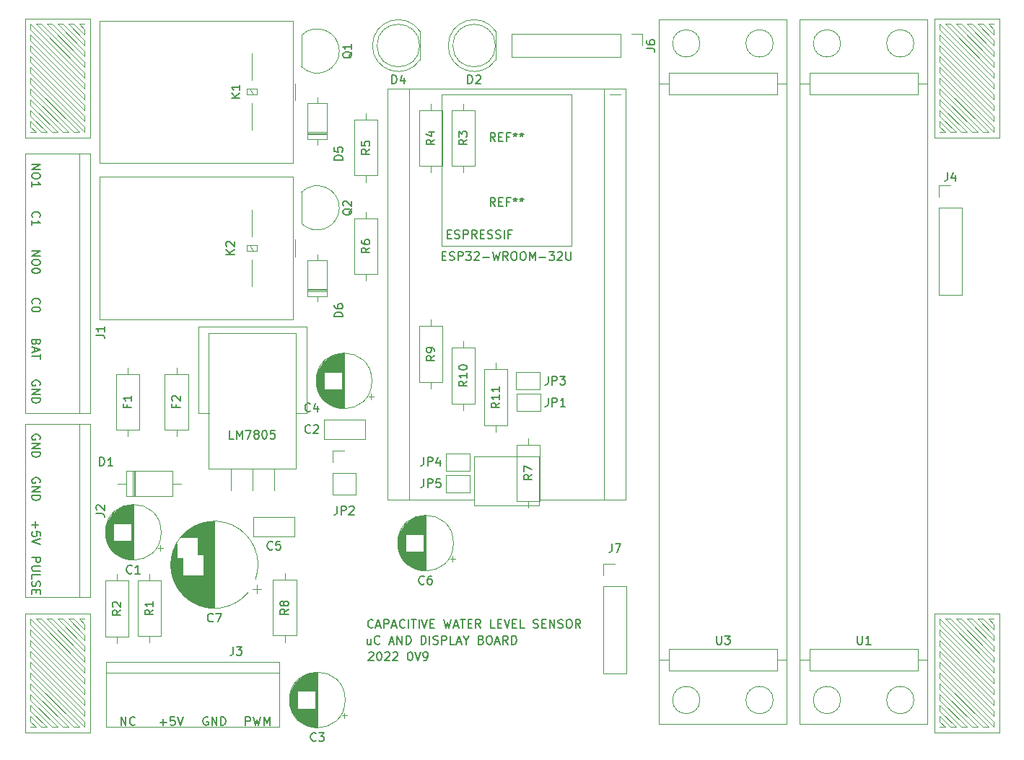
<source format=gbr>
G04 #@! TF.GenerationSoftware,KiCad,Pcbnew,5.1.5+dfsg1-2build2*
G04 #@! TF.CreationDate,2022-08-24T15:36:07+02:00*
G04 #@! TF.ProjectId,capLevelSensorESP,6361704c-6576-4656-9c53-656e736f7245,rev?*
G04 #@! TF.SameCoordinates,Original*
G04 #@! TF.FileFunction,Legend,Top*
G04 #@! TF.FilePolarity,Positive*
%FSLAX46Y46*%
G04 Gerber Fmt 4.6, Leading zero omitted, Abs format (unit mm)*
G04 Created by KiCad (PCBNEW 5.1.5+dfsg1-2build2) date 2022-08-24 15:36:07*
%MOMM*%
%LPD*%
G04 APERTURE LIST*
%ADD10C,0.150000*%
%ADD11C,0.120000*%
%ADD12C,0.050000*%
G04 APERTURE END LIST*
D10*
X93290476Y-149645714D02*
X93290476Y-150312380D01*
X92861904Y-149645714D02*
X92861904Y-150169523D01*
X92909523Y-150264761D01*
X93004761Y-150312380D01*
X93147619Y-150312380D01*
X93242857Y-150264761D01*
X93290476Y-150217142D01*
X94338095Y-150217142D02*
X94290476Y-150264761D01*
X94147619Y-150312380D01*
X94052380Y-150312380D01*
X93909523Y-150264761D01*
X93814285Y-150169523D01*
X93766666Y-150074285D01*
X93719047Y-149883809D01*
X93719047Y-149740952D01*
X93766666Y-149550476D01*
X93814285Y-149455238D01*
X93909523Y-149360000D01*
X94052380Y-149312380D01*
X94147619Y-149312380D01*
X94290476Y-149360000D01*
X94338095Y-149407619D01*
X95480952Y-150026666D02*
X95957142Y-150026666D01*
X95385714Y-150312380D02*
X95719047Y-149312380D01*
X96052380Y-150312380D01*
X96385714Y-150312380D02*
X96385714Y-149312380D01*
X96957142Y-150312380D01*
X96957142Y-149312380D01*
X97433333Y-150312380D02*
X97433333Y-149312380D01*
X97671428Y-149312380D01*
X97814285Y-149360000D01*
X97909523Y-149455238D01*
X97957142Y-149550476D01*
X98004761Y-149740952D01*
X98004761Y-149883809D01*
X97957142Y-150074285D01*
X97909523Y-150169523D01*
X97814285Y-150264761D01*
X97671428Y-150312380D01*
X97433333Y-150312380D01*
X99195238Y-150312380D02*
X99195238Y-149312380D01*
X99433333Y-149312380D01*
X99576190Y-149360000D01*
X99671428Y-149455238D01*
X99719047Y-149550476D01*
X99766666Y-149740952D01*
X99766666Y-149883809D01*
X99719047Y-150074285D01*
X99671428Y-150169523D01*
X99576190Y-150264761D01*
X99433333Y-150312380D01*
X99195238Y-150312380D01*
X100195238Y-150312380D02*
X100195238Y-149312380D01*
X100623809Y-150264761D02*
X100766666Y-150312380D01*
X101004761Y-150312380D01*
X101100000Y-150264761D01*
X101147619Y-150217142D01*
X101195238Y-150121904D01*
X101195238Y-150026666D01*
X101147619Y-149931428D01*
X101100000Y-149883809D01*
X101004761Y-149836190D01*
X100814285Y-149788571D01*
X100719047Y-149740952D01*
X100671428Y-149693333D01*
X100623809Y-149598095D01*
X100623809Y-149502857D01*
X100671428Y-149407619D01*
X100719047Y-149360000D01*
X100814285Y-149312380D01*
X101052380Y-149312380D01*
X101195238Y-149360000D01*
X101623809Y-150312380D02*
X101623809Y-149312380D01*
X102004761Y-149312380D01*
X102100000Y-149360000D01*
X102147619Y-149407619D01*
X102195238Y-149502857D01*
X102195238Y-149645714D01*
X102147619Y-149740952D01*
X102100000Y-149788571D01*
X102004761Y-149836190D01*
X101623809Y-149836190D01*
X103100000Y-150312380D02*
X102623809Y-150312380D01*
X102623809Y-149312380D01*
X103385714Y-150026666D02*
X103861904Y-150026666D01*
X103290476Y-150312380D02*
X103623809Y-149312380D01*
X103957142Y-150312380D01*
X104480952Y-149836190D02*
X104480952Y-150312380D01*
X104147619Y-149312380D02*
X104480952Y-149836190D01*
X104814285Y-149312380D01*
X106242857Y-149788571D02*
X106385714Y-149836190D01*
X106433333Y-149883809D01*
X106480952Y-149979047D01*
X106480952Y-150121904D01*
X106433333Y-150217142D01*
X106385714Y-150264761D01*
X106290476Y-150312380D01*
X105909523Y-150312380D01*
X105909523Y-149312380D01*
X106242857Y-149312380D01*
X106338095Y-149360000D01*
X106385714Y-149407619D01*
X106433333Y-149502857D01*
X106433333Y-149598095D01*
X106385714Y-149693333D01*
X106338095Y-149740952D01*
X106242857Y-149788571D01*
X105909523Y-149788571D01*
X107100000Y-149312380D02*
X107290476Y-149312380D01*
X107385714Y-149360000D01*
X107480952Y-149455238D01*
X107528571Y-149645714D01*
X107528571Y-149979047D01*
X107480952Y-150169523D01*
X107385714Y-150264761D01*
X107290476Y-150312380D01*
X107100000Y-150312380D01*
X107004761Y-150264761D01*
X106909523Y-150169523D01*
X106861904Y-149979047D01*
X106861904Y-149645714D01*
X106909523Y-149455238D01*
X107004761Y-149360000D01*
X107100000Y-149312380D01*
X107909523Y-150026666D02*
X108385714Y-150026666D01*
X107814285Y-150312380D02*
X108147619Y-149312380D01*
X108480952Y-150312380D01*
X109385714Y-150312380D02*
X109052380Y-149836190D01*
X108814285Y-150312380D02*
X108814285Y-149312380D01*
X109195238Y-149312380D01*
X109290476Y-149360000D01*
X109338095Y-149407619D01*
X109385714Y-149502857D01*
X109385714Y-149645714D01*
X109338095Y-149740952D01*
X109290476Y-149788571D01*
X109195238Y-149836190D01*
X108814285Y-149836190D01*
X109814285Y-150312380D02*
X109814285Y-149312380D01*
X110052380Y-149312380D01*
X110195238Y-149360000D01*
X110290476Y-149455238D01*
X110338095Y-149550476D01*
X110385714Y-149740952D01*
X110385714Y-149883809D01*
X110338095Y-150074285D01*
X110290476Y-150169523D01*
X110195238Y-150264761D01*
X110052380Y-150312380D01*
X109814285Y-150312380D01*
D11*
X163830000Y-147320000D02*
X163195000Y-147320000D01*
X166370000Y-150495000D02*
X166370000Y-151130000D01*
X164465000Y-160020000D02*
X163830000Y-160020000D01*
X161925000Y-147320000D02*
X166370000Y-151765000D01*
X160020000Y-156845000D02*
X163195000Y-160020000D01*
X166370000Y-154940000D02*
X160020000Y-148590000D01*
X165735000Y-160020000D02*
X165100000Y-160020000D01*
X160020000Y-152400000D02*
X160020000Y-153035000D01*
X160020000Y-154940000D02*
X160020000Y-155575000D01*
X166370000Y-154305000D02*
X166370000Y-154940000D01*
X160020000Y-159385000D02*
X160655000Y-160020000D01*
X166370000Y-158115000D02*
X166370000Y-158750000D01*
X162560000Y-147320000D02*
X161925000Y-147320000D01*
X166370000Y-160020000D02*
X160020000Y-153670000D01*
X160020000Y-158750000D02*
X160020000Y-159385000D01*
X160020000Y-156210000D02*
X160020000Y-156845000D01*
X166370000Y-147320000D02*
X165735000Y-147320000D01*
X160020000Y-150495000D02*
X166370000Y-156845000D01*
X166370000Y-158750000D02*
X160020000Y-152400000D01*
X164465000Y-147320000D02*
X166370000Y-149225000D01*
X160020000Y-149225000D02*
X166370000Y-155575000D01*
X166370000Y-151765000D02*
X166370000Y-152400000D01*
X159385000Y-160655000D02*
X159385000Y-146685000D01*
X166370000Y-156845000D02*
X166370000Y-157480000D01*
X163195000Y-160020000D02*
X162560000Y-160020000D01*
X162560000Y-160020000D02*
X160020000Y-157480000D01*
X160020000Y-147955000D02*
X166370000Y-154305000D01*
X165100000Y-147320000D02*
X164465000Y-147320000D01*
X166370000Y-159385000D02*
X166370000Y-160020000D01*
X166370000Y-148590000D02*
X165100000Y-147320000D01*
X166370000Y-149225000D02*
X166370000Y-149860000D01*
X160020000Y-149860000D02*
X160020000Y-150495000D01*
X160655000Y-160020000D02*
X160020000Y-160020000D01*
X160020000Y-157480000D02*
X160020000Y-158115000D01*
X161925000Y-160020000D02*
X161290000Y-160020000D01*
X166370000Y-147955000D02*
X166370000Y-148590000D01*
X161290000Y-160020000D02*
X160020000Y-158750000D01*
X166370000Y-151130000D02*
X162560000Y-147320000D01*
X165100000Y-160020000D02*
X160020000Y-154940000D01*
X160020000Y-155575000D02*
X164465000Y-160020000D01*
X160020000Y-154305000D02*
X165735000Y-160020000D01*
X165735000Y-147320000D02*
X166370000Y-147955000D01*
X159385000Y-146685000D02*
X167005000Y-146685000D01*
X160020000Y-147320000D02*
X160020000Y-147955000D01*
X161290000Y-147320000D02*
X160655000Y-147320000D01*
X160020000Y-151765000D02*
X166370000Y-158115000D01*
X160020000Y-153670000D02*
X160020000Y-154305000D01*
X160020000Y-153035000D02*
X166370000Y-159385000D01*
X160020000Y-151130000D02*
X160020000Y-151765000D01*
X166370000Y-153670000D02*
X160020000Y-147320000D01*
X167005000Y-146685000D02*
X167005000Y-160655000D01*
X166370000Y-157480000D02*
X160020000Y-151130000D01*
X160020000Y-148590000D02*
X160020000Y-149225000D01*
X166370000Y-152400000D02*
X161290000Y-147320000D01*
X166370000Y-155575000D02*
X166370000Y-156210000D01*
X166370000Y-153035000D02*
X166370000Y-153670000D01*
X163195000Y-147320000D02*
X166370000Y-150495000D01*
X163830000Y-160020000D02*
X160020000Y-156210000D01*
X167005000Y-160655000D02*
X159385000Y-160655000D01*
X166370000Y-149860000D02*
X163830000Y-147320000D01*
X160020000Y-158115000D02*
X161925000Y-160020000D01*
X160655000Y-147320000D02*
X166370000Y-153035000D01*
X166370000Y-156210000D02*
X160020000Y-149860000D01*
X160655000Y-77470000D02*
X166370000Y-83185000D01*
X166370000Y-86360000D02*
X160020000Y-80010000D01*
X163830000Y-77470000D02*
X163195000Y-77470000D01*
X166370000Y-80645000D02*
X166370000Y-81280000D01*
X164465000Y-90170000D02*
X163830000Y-90170000D01*
X161925000Y-77470000D02*
X166370000Y-81915000D01*
X166370000Y-80010000D02*
X163830000Y-77470000D01*
X160020000Y-88265000D02*
X161925000Y-90170000D01*
X167005000Y-90805000D02*
X159385000Y-90805000D01*
X160020000Y-86995000D02*
X163195000Y-90170000D01*
X166370000Y-85090000D02*
X160020000Y-78740000D01*
X165735000Y-90170000D02*
X165100000Y-90170000D01*
X160020000Y-82550000D02*
X160020000Y-83185000D01*
X160020000Y-85090000D02*
X160020000Y-85725000D01*
X166370000Y-84455000D02*
X166370000Y-85090000D01*
X160020000Y-89535000D02*
X160655000Y-90170000D01*
X166370000Y-88265000D02*
X166370000Y-88900000D01*
X162560000Y-77470000D02*
X161925000Y-77470000D01*
X166370000Y-90170000D02*
X160020000Y-83820000D01*
X160020000Y-88900000D02*
X160020000Y-89535000D01*
X160020000Y-86360000D02*
X160020000Y-86995000D01*
X166370000Y-77470000D02*
X165735000Y-77470000D01*
X160020000Y-80645000D02*
X166370000Y-86995000D01*
X166370000Y-88900000D02*
X160020000Y-82550000D01*
X164465000Y-77470000D02*
X166370000Y-79375000D01*
X160020000Y-79375000D02*
X166370000Y-85725000D01*
X166370000Y-81915000D02*
X166370000Y-82550000D01*
X159385000Y-90805000D02*
X159385000Y-76835000D01*
X166370000Y-86995000D02*
X166370000Y-87630000D01*
X163195000Y-90170000D02*
X162560000Y-90170000D01*
X162560000Y-90170000D02*
X160020000Y-87630000D01*
X160020000Y-78105000D02*
X166370000Y-84455000D01*
X165100000Y-77470000D02*
X164465000Y-77470000D01*
X166370000Y-89535000D02*
X166370000Y-90170000D01*
X166370000Y-78740000D02*
X165100000Y-77470000D01*
X166370000Y-79375000D02*
X166370000Y-80010000D01*
X160020000Y-80010000D02*
X160020000Y-80645000D01*
X160655000Y-90170000D02*
X160020000Y-90170000D01*
X160020000Y-87630000D02*
X160020000Y-88265000D01*
X161925000Y-90170000D02*
X161290000Y-90170000D01*
X166370000Y-78105000D02*
X166370000Y-78740000D01*
X161290000Y-90170000D02*
X160020000Y-88900000D01*
X166370000Y-81280000D02*
X162560000Y-77470000D01*
X165100000Y-90170000D02*
X160020000Y-85090000D01*
X160020000Y-85725000D02*
X164465000Y-90170000D01*
X160020000Y-84455000D02*
X165735000Y-90170000D01*
X165735000Y-77470000D02*
X166370000Y-78105000D01*
X159385000Y-76835000D02*
X167005000Y-76835000D01*
X160020000Y-77470000D02*
X160020000Y-78105000D01*
X161290000Y-77470000D02*
X160655000Y-77470000D01*
X160020000Y-81915000D02*
X166370000Y-88265000D01*
X160020000Y-83820000D02*
X160020000Y-84455000D01*
X160020000Y-83185000D02*
X166370000Y-89535000D01*
X160020000Y-81280000D02*
X160020000Y-81915000D01*
X166370000Y-83820000D02*
X160020000Y-77470000D01*
X167005000Y-76835000D02*
X167005000Y-90805000D01*
X166370000Y-87630000D02*
X160020000Y-81280000D01*
X160020000Y-78740000D02*
X160020000Y-79375000D01*
X166370000Y-82550000D02*
X161290000Y-77470000D01*
X166370000Y-85725000D02*
X166370000Y-86360000D01*
X166370000Y-83185000D02*
X166370000Y-83820000D01*
X163195000Y-77470000D02*
X166370000Y-80645000D01*
X163830000Y-90170000D02*
X160020000Y-86360000D01*
D10*
X93043809Y-151312619D02*
X93091428Y-151265000D01*
X93186666Y-151217380D01*
X93424761Y-151217380D01*
X93520000Y-151265000D01*
X93567619Y-151312619D01*
X93615238Y-151407857D01*
X93615238Y-151503095D01*
X93567619Y-151645952D01*
X92996190Y-152217380D01*
X93615238Y-152217380D01*
X94234285Y-151217380D02*
X94329523Y-151217380D01*
X94424761Y-151265000D01*
X94472380Y-151312619D01*
X94520000Y-151407857D01*
X94567619Y-151598333D01*
X94567619Y-151836428D01*
X94520000Y-152026904D01*
X94472380Y-152122142D01*
X94424761Y-152169761D01*
X94329523Y-152217380D01*
X94234285Y-152217380D01*
X94139047Y-152169761D01*
X94091428Y-152122142D01*
X94043809Y-152026904D01*
X93996190Y-151836428D01*
X93996190Y-151598333D01*
X94043809Y-151407857D01*
X94091428Y-151312619D01*
X94139047Y-151265000D01*
X94234285Y-151217380D01*
X94948571Y-151312619D02*
X94996190Y-151265000D01*
X95091428Y-151217380D01*
X95329523Y-151217380D01*
X95424761Y-151265000D01*
X95472380Y-151312619D01*
X95520000Y-151407857D01*
X95520000Y-151503095D01*
X95472380Y-151645952D01*
X94900952Y-152217380D01*
X95520000Y-152217380D01*
X95900952Y-151312619D02*
X95948571Y-151265000D01*
X96043809Y-151217380D01*
X96281904Y-151217380D01*
X96377142Y-151265000D01*
X96424761Y-151312619D01*
X96472380Y-151407857D01*
X96472380Y-151503095D01*
X96424761Y-151645952D01*
X95853333Y-152217380D01*
X96472380Y-152217380D01*
X97853333Y-151217380D02*
X97948571Y-151217380D01*
X98043809Y-151265000D01*
X98091428Y-151312619D01*
X98139047Y-151407857D01*
X98186666Y-151598333D01*
X98186666Y-151836428D01*
X98139047Y-152026904D01*
X98091428Y-152122142D01*
X98043809Y-152169761D01*
X97948571Y-152217380D01*
X97853333Y-152217380D01*
X97758095Y-152169761D01*
X97710476Y-152122142D01*
X97662857Y-152026904D01*
X97615238Y-151836428D01*
X97615238Y-151598333D01*
X97662857Y-151407857D01*
X97710476Y-151312619D01*
X97758095Y-151265000D01*
X97853333Y-151217380D01*
X98472380Y-151217380D02*
X98805714Y-152217380D01*
X99139047Y-151217380D01*
X99520000Y-152217380D02*
X99710476Y-152217380D01*
X99805714Y-152169761D01*
X99853333Y-152122142D01*
X99948571Y-151979285D01*
X99996190Y-151788809D01*
X99996190Y-151407857D01*
X99948571Y-151312619D01*
X99900952Y-151265000D01*
X99805714Y-151217380D01*
X99615238Y-151217380D01*
X99520000Y-151265000D01*
X99472380Y-151312619D01*
X99424761Y-151407857D01*
X99424761Y-151645952D01*
X99472380Y-151741190D01*
X99520000Y-151788809D01*
X99615238Y-151836428D01*
X99805714Y-151836428D01*
X99900952Y-151788809D01*
X99948571Y-151741190D01*
X99996190Y-151645952D01*
X53617857Y-100163333D02*
X53570238Y-100115714D01*
X53522619Y-99972857D01*
X53522619Y-99877619D01*
X53570238Y-99734761D01*
X53665476Y-99639523D01*
X53760714Y-99591904D01*
X53951190Y-99544285D01*
X54094047Y-99544285D01*
X54284523Y-99591904D01*
X54379761Y-99639523D01*
X54475000Y-99734761D01*
X54522619Y-99877619D01*
X54522619Y-99972857D01*
X54475000Y-100115714D01*
X54427380Y-100163333D01*
X53522619Y-101115714D02*
X53522619Y-100544285D01*
X53522619Y-100830000D02*
X54522619Y-100830000D01*
X54379761Y-100734761D01*
X54284523Y-100639523D01*
X54236904Y-100544285D01*
X53522619Y-93964285D02*
X54522619Y-93964285D01*
X53522619Y-94535714D01*
X54522619Y-94535714D01*
X54522619Y-95202380D02*
X54522619Y-95392857D01*
X54475000Y-95488095D01*
X54379761Y-95583333D01*
X54189285Y-95630952D01*
X53855952Y-95630952D01*
X53665476Y-95583333D01*
X53570238Y-95488095D01*
X53522619Y-95392857D01*
X53522619Y-95202380D01*
X53570238Y-95107142D01*
X53665476Y-95011904D01*
X53855952Y-94964285D01*
X54189285Y-94964285D01*
X54379761Y-95011904D01*
X54475000Y-95107142D01*
X54522619Y-95202380D01*
X53522619Y-96583333D02*
X53522619Y-96011904D01*
X53522619Y-96297619D02*
X54522619Y-96297619D01*
X54379761Y-96202380D01*
X54284523Y-96107142D01*
X54236904Y-96011904D01*
X53522619Y-104124285D02*
X54522619Y-104124285D01*
X53522619Y-104695714D01*
X54522619Y-104695714D01*
X54522619Y-105362380D02*
X54522619Y-105552857D01*
X54475000Y-105648095D01*
X54379761Y-105743333D01*
X54189285Y-105790952D01*
X53855952Y-105790952D01*
X53665476Y-105743333D01*
X53570238Y-105648095D01*
X53522619Y-105552857D01*
X53522619Y-105362380D01*
X53570238Y-105267142D01*
X53665476Y-105171904D01*
X53855952Y-105124285D01*
X54189285Y-105124285D01*
X54379761Y-105171904D01*
X54475000Y-105267142D01*
X54522619Y-105362380D01*
X54522619Y-106410000D02*
X54522619Y-106505238D01*
X54475000Y-106600476D01*
X54427380Y-106648095D01*
X54332142Y-106695714D01*
X54141666Y-106743333D01*
X53903571Y-106743333D01*
X53713095Y-106695714D01*
X53617857Y-106648095D01*
X53570238Y-106600476D01*
X53522619Y-106505238D01*
X53522619Y-106410000D01*
X53570238Y-106314761D01*
X53617857Y-106267142D01*
X53713095Y-106219523D01*
X53903571Y-106171904D01*
X54141666Y-106171904D01*
X54332142Y-106219523D01*
X54427380Y-106267142D01*
X54475000Y-106314761D01*
X54522619Y-106410000D01*
X53617857Y-110323333D02*
X53570238Y-110275714D01*
X53522619Y-110132857D01*
X53522619Y-110037619D01*
X53570238Y-109894761D01*
X53665476Y-109799523D01*
X53760714Y-109751904D01*
X53951190Y-109704285D01*
X54094047Y-109704285D01*
X54284523Y-109751904D01*
X54379761Y-109799523D01*
X54475000Y-109894761D01*
X54522619Y-110037619D01*
X54522619Y-110132857D01*
X54475000Y-110275714D01*
X54427380Y-110323333D01*
X54522619Y-110942380D02*
X54522619Y-111037619D01*
X54475000Y-111132857D01*
X54427380Y-111180476D01*
X54332142Y-111228095D01*
X54141666Y-111275714D01*
X53903571Y-111275714D01*
X53713095Y-111228095D01*
X53617857Y-111180476D01*
X53570238Y-111132857D01*
X53522619Y-111037619D01*
X53522619Y-110942380D01*
X53570238Y-110847142D01*
X53617857Y-110799523D01*
X53713095Y-110751904D01*
X53903571Y-110704285D01*
X54141666Y-110704285D01*
X54332142Y-110751904D01*
X54427380Y-110799523D01*
X54475000Y-110847142D01*
X54522619Y-110942380D01*
X54046428Y-114831904D02*
X53998809Y-114974761D01*
X53951190Y-115022380D01*
X53855952Y-115070000D01*
X53713095Y-115070000D01*
X53617857Y-115022380D01*
X53570238Y-114974761D01*
X53522619Y-114879523D01*
X53522619Y-114498571D01*
X54522619Y-114498571D01*
X54522619Y-114831904D01*
X54475000Y-114927142D01*
X54427380Y-114974761D01*
X54332142Y-115022380D01*
X54236904Y-115022380D01*
X54141666Y-114974761D01*
X54094047Y-114927142D01*
X54046428Y-114831904D01*
X54046428Y-114498571D01*
X53808333Y-115450952D02*
X53808333Y-115927142D01*
X53522619Y-115355714D02*
X54522619Y-115689047D01*
X53522619Y-116022380D01*
X54522619Y-116212857D02*
X54522619Y-116784285D01*
X53522619Y-116498571D02*
X54522619Y-116498571D01*
X54475000Y-119888095D02*
X54522619Y-119792857D01*
X54522619Y-119650000D01*
X54475000Y-119507142D01*
X54379761Y-119411904D01*
X54284523Y-119364285D01*
X54094047Y-119316666D01*
X53951190Y-119316666D01*
X53760714Y-119364285D01*
X53665476Y-119411904D01*
X53570238Y-119507142D01*
X53522619Y-119650000D01*
X53522619Y-119745238D01*
X53570238Y-119888095D01*
X53617857Y-119935714D01*
X53951190Y-119935714D01*
X53951190Y-119745238D01*
X53522619Y-120364285D02*
X54522619Y-120364285D01*
X53522619Y-120935714D01*
X54522619Y-120935714D01*
X53522619Y-121411904D02*
X54522619Y-121411904D01*
X54522619Y-121650000D01*
X54475000Y-121792857D01*
X54379761Y-121888095D01*
X54284523Y-121935714D01*
X54094047Y-121983333D01*
X53951190Y-121983333D01*
X53760714Y-121935714D01*
X53665476Y-121888095D01*
X53570238Y-121792857D01*
X53522619Y-121650000D01*
X53522619Y-121411904D01*
X53522619Y-140120952D02*
X54522619Y-140120952D01*
X54522619Y-140501904D01*
X54475000Y-140597142D01*
X54427380Y-140644761D01*
X54332142Y-140692380D01*
X54189285Y-140692380D01*
X54094047Y-140644761D01*
X54046428Y-140597142D01*
X53998809Y-140501904D01*
X53998809Y-140120952D01*
X54522619Y-141120952D02*
X53713095Y-141120952D01*
X53617857Y-141168571D01*
X53570238Y-141216190D01*
X53522619Y-141311428D01*
X53522619Y-141501904D01*
X53570238Y-141597142D01*
X53617857Y-141644761D01*
X53713095Y-141692380D01*
X54522619Y-141692380D01*
X53522619Y-142644761D02*
X53522619Y-142168571D01*
X54522619Y-142168571D01*
X53570238Y-142930476D02*
X53522619Y-143073333D01*
X53522619Y-143311428D01*
X53570238Y-143406666D01*
X53617857Y-143454285D01*
X53713095Y-143501904D01*
X53808333Y-143501904D01*
X53903571Y-143454285D01*
X53951190Y-143406666D01*
X53998809Y-143311428D01*
X54046428Y-143120952D01*
X54094047Y-143025714D01*
X54141666Y-142978095D01*
X54236904Y-142930476D01*
X54332142Y-142930476D01*
X54427380Y-142978095D01*
X54475000Y-143025714D01*
X54522619Y-143120952D01*
X54522619Y-143359047D01*
X54475000Y-143501904D01*
X54046428Y-143930476D02*
X54046428Y-144263809D01*
X53522619Y-144406666D02*
X53522619Y-143930476D01*
X54522619Y-143930476D01*
X54522619Y-144406666D01*
X53903571Y-135874285D02*
X53903571Y-136636190D01*
X53522619Y-136255238D02*
X54284523Y-136255238D01*
X54522619Y-137588571D02*
X54522619Y-137112380D01*
X54046428Y-137064761D01*
X54094047Y-137112380D01*
X54141666Y-137207619D01*
X54141666Y-137445714D01*
X54094047Y-137540952D01*
X54046428Y-137588571D01*
X53951190Y-137636190D01*
X53713095Y-137636190D01*
X53617857Y-137588571D01*
X53570238Y-137540952D01*
X53522619Y-137445714D01*
X53522619Y-137207619D01*
X53570238Y-137112380D01*
X53617857Y-137064761D01*
X54522619Y-137921904D02*
X53522619Y-138255238D01*
X54522619Y-138588571D01*
X54475000Y-131318095D02*
X54522619Y-131222857D01*
X54522619Y-131080000D01*
X54475000Y-130937142D01*
X54379761Y-130841904D01*
X54284523Y-130794285D01*
X54094047Y-130746666D01*
X53951190Y-130746666D01*
X53760714Y-130794285D01*
X53665476Y-130841904D01*
X53570238Y-130937142D01*
X53522619Y-131080000D01*
X53522619Y-131175238D01*
X53570238Y-131318095D01*
X53617857Y-131365714D01*
X53951190Y-131365714D01*
X53951190Y-131175238D01*
X53522619Y-131794285D02*
X54522619Y-131794285D01*
X53522619Y-132365714D01*
X54522619Y-132365714D01*
X53522619Y-132841904D02*
X54522619Y-132841904D01*
X54522619Y-133080000D01*
X54475000Y-133222857D01*
X54379761Y-133318095D01*
X54284523Y-133365714D01*
X54094047Y-133413333D01*
X53951190Y-133413333D01*
X53760714Y-133365714D01*
X53665476Y-133318095D01*
X53570238Y-133222857D01*
X53522619Y-133080000D01*
X53522619Y-132841904D01*
X54475000Y-126238095D02*
X54522619Y-126142857D01*
X54522619Y-126000000D01*
X54475000Y-125857142D01*
X54379761Y-125761904D01*
X54284523Y-125714285D01*
X54094047Y-125666666D01*
X53951190Y-125666666D01*
X53760714Y-125714285D01*
X53665476Y-125761904D01*
X53570238Y-125857142D01*
X53522619Y-126000000D01*
X53522619Y-126095238D01*
X53570238Y-126238095D01*
X53617857Y-126285714D01*
X53951190Y-126285714D01*
X53951190Y-126095238D01*
X53522619Y-126714285D02*
X54522619Y-126714285D01*
X53522619Y-127285714D01*
X54522619Y-127285714D01*
X53522619Y-127761904D02*
X54522619Y-127761904D01*
X54522619Y-128000000D01*
X54475000Y-128142857D01*
X54379761Y-128238095D01*
X54284523Y-128285714D01*
X54094047Y-128333333D01*
X53951190Y-128333333D01*
X53760714Y-128285714D01*
X53665476Y-128238095D01*
X53570238Y-128142857D01*
X53522619Y-128000000D01*
X53522619Y-127761904D01*
X63984285Y-159837380D02*
X63984285Y-158837380D01*
X64555714Y-159837380D01*
X64555714Y-158837380D01*
X65603333Y-159742142D02*
X65555714Y-159789761D01*
X65412857Y-159837380D01*
X65317619Y-159837380D01*
X65174761Y-159789761D01*
X65079523Y-159694523D01*
X65031904Y-159599285D01*
X64984285Y-159408809D01*
X64984285Y-159265952D01*
X65031904Y-159075476D01*
X65079523Y-158980238D01*
X65174761Y-158885000D01*
X65317619Y-158837380D01*
X65412857Y-158837380D01*
X65555714Y-158885000D01*
X65603333Y-158932619D01*
X78605238Y-159837380D02*
X78605238Y-158837380D01*
X78986190Y-158837380D01*
X79081428Y-158885000D01*
X79129047Y-158932619D01*
X79176666Y-159027857D01*
X79176666Y-159170714D01*
X79129047Y-159265952D01*
X79081428Y-159313571D01*
X78986190Y-159361190D01*
X78605238Y-159361190D01*
X79510000Y-158837380D02*
X79748095Y-159837380D01*
X79938571Y-159123095D01*
X80129047Y-159837380D01*
X80367142Y-158837380D01*
X80748095Y-159837380D02*
X80748095Y-158837380D01*
X81081428Y-159551666D01*
X81414761Y-158837380D01*
X81414761Y-159837380D01*
X74168095Y-158885000D02*
X74072857Y-158837380D01*
X73930000Y-158837380D01*
X73787142Y-158885000D01*
X73691904Y-158980238D01*
X73644285Y-159075476D01*
X73596666Y-159265952D01*
X73596666Y-159408809D01*
X73644285Y-159599285D01*
X73691904Y-159694523D01*
X73787142Y-159789761D01*
X73930000Y-159837380D01*
X74025238Y-159837380D01*
X74168095Y-159789761D01*
X74215714Y-159742142D01*
X74215714Y-159408809D01*
X74025238Y-159408809D01*
X74644285Y-159837380D02*
X74644285Y-158837380D01*
X75215714Y-159837380D01*
X75215714Y-158837380D01*
X75691904Y-159837380D02*
X75691904Y-158837380D01*
X75930000Y-158837380D01*
X76072857Y-158885000D01*
X76168095Y-158980238D01*
X76215714Y-159075476D01*
X76263333Y-159265952D01*
X76263333Y-159408809D01*
X76215714Y-159599285D01*
X76168095Y-159694523D01*
X76072857Y-159789761D01*
X75930000Y-159837380D01*
X75691904Y-159837380D01*
X68564285Y-159456428D02*
X69326190Y-159456428D01*
X68945238Y-159837380D02*
X68945238Y-159075476D01*
X70278571Y-158837380D02*
X69802380Y-158837380D01*
X69754761Y-159313571D01*
X69802380Y-159265952D01*
X69897619Y-159218333D01*
X70135714Y-159218333D01*
X70230952Y-159265952D01*
X70278571Y-159313571D01*
X70326190Y-159408809D01*
X70326190Y-159646904D01*
X70278571Y-159742142D01*
X70230952Y-159789761D01*
X70135714Y-159837380D01*
X69897619Y-159837380D01*
X69802380Y-159789761D01*
X69754761Y-159742142D01*
X70611904Y-158837380D02*
X70945238Y-159837380D01*
X71278571Y-158837380D01*
X93552857Y-148312142D02*
X93505238Y-148359761D01*
X93362380Y-148407380D01*
X93267142Y-148407380D01*
X93124285Y-148359761D01*
X93029047Y-148264523D01*
X92981428Y-148169285D01*
X92933809Y-147978809D01*
X92933809Y-147835952D01*
X92981428Y-147645476D01*
X93029047Y-147550238D01*
X93124285Y-147455000D01*
X93267142Y-147407380D01*
X93362380Y-147407380D01*
X93505238Y-147455000D01*
X93552857Y-147502619D01*
X93933809Y-148121666D02*
X94410000Y-148121666D01*
X93838571Y-148407380D02*
X94171904Y-147407380D01*
X94505238Y-148407380D01*
X94838571Y-148407380D02*
X94838571Y-147407380D01*
X95219523Y-147407380D01*
X95314761Y-147455000D01*
X95362380Y-147502619D01*
X95410000Y-147597857D01*
X95410000Y-147740714D01*
X95362380Y-147835952D01*
X95314761Y-147883571D01*
X95219523Y-147931190D01*
X94838571Y-147931190D01*
X95790952Y-148121666D02*
X96267142Y-148121666D01*
X95695714Y-148407380D02*
X96029047Y-147407380D01*
X96362380Y-148407380D01*
X97267142Y-148312142D02*
X97219523Y-148359761D01*
X97076666Y-148407380D01*
X96981428Y-148407380D01*
X96838571Y-148359761D01*
X96743333Y-148264523D01*
X96695714Y-148169285D01*
X96648095Y-147978809D01*
X96648095Y-147835952D01*
X96695714Y-147645476D01*
X96743333Y-147550238D01*
X96838571Y-147455000D01*
X96981428Y-147407380D01*
X97076666Y-147407380D01*
X97219523Y-147455000D01*
X97267142Y-147502619D01*
X97695714Y-148407380D02*
X97695714Y-147407380D01*
X98029047Y-147407380D02*
X98600476Y-147407380D01*
X98314761Y-148407380D02*
X98314761Y-147407380D01*
X98933809Y-148407380D02*
X98933809Y-147407380D01*
X99267142Y-147407380D02*
X99600476Y-148407380D01*
X99933809Y-147407380D01*
X100267142Y-147883571D02*
X100600476Y-147883571D01*
X100743333Y-148407380D02*
X100267142Y-148407380D01*
X100267142Y-147407380D01*
X100743333Y-147407380D01*
X101838571Y-147407380D02*
X102076666Y-148407380D01*
X102267142Y-147693095D01*
X102457619Y-148407380D01*
X102695714Y-147407380D01*
X103029047Y-148121666D02*
X103505238Y-148121666D01*
X102933809Y-148407380D02*
X103267142Y-147407380D01*
X103600476Y-148407380D01*
X103790952Y-147407380D02*
X104362380Y-147407380D01*
X104076666Y-148407380D02*
X104076666Y-147407380D01*
X104695714Y-147883571D02*
X105029047Y-147883571D01*
X105171904Y-148407380D02*
X104695714Y-148407380D01*
X104695714Y-147407380D01*
X105171904Y-147407380D01*
X106171904Y-148407380D02*
X105838571Y-147931190D01*
X105600476Y-148407380D02*
X105600476Y-147407380D01*
X105981428Y-147407380D01*
X106076666Y-147455000D01*
X106124285Y-147502619D01*
X106171904Y-147597857D01*
X106171904Y-147740714D01*
X106124285Y-147835952D01*
X106076666Y-147883571D01*
X105981428Y-147931190D01*
X105600476Y-147931190D01*
X107838571Y-148407380D02*
X107362380Y-148407380D01*
X107362380Y-147407380D01*
X108171904Y-147883571D02*
X108505238Y-147883571D01*
X108648095Y-148407380D02*
X108171904Y-148407380D01*
X108171904Y-147407380D01*
X108648095Y-147407380D01*
X108933809Y-147407380D02*
X109267142Y-148407380D01*
X109600476Y-147407380D01*
X109933809Y-147883571D02*
X110267142Y-147883571D01*
X110409999Y-148407380D02*
X109933809Y-148407380D01*
X109933809Y-147407380D01*
X110409999Y-147407380D01*
X111314761Y-148407380D02*
X110838571Y-148407380D01*
X110838571Y-147407380D01*
X112362380Y-148359761D02*
X112505238Y-148407380D01*
X112743333Y-148407380D01*
X112838571Y-148359761D01*
X112886190Y-148312142D01*
X112933809Y-148216904D01*
X112933809Y-148121666D01*
X112886190Y-148026428D01*
X112838571Y-147978809D01*
X112743333Y-147931190D01*
X112552857Y-147883571D01*
X112457619Y-147835952D01*
X112409999Y-147788333D01*
X112362380Y-147693095D01*
X112362380Y-147597857D01*
X112409999Y-147502619D01*
X112457619Y-147455000D01*
X112552857Y-147407380D01*
X112790952Y-147407380D01*
X112933809Y-147455000D01*
X113362380Y-147883571D02*
X113695714Y-147883571D01*
X113838571Y-148407380D02*
X113362380Y-148407380D01*
X113362380Y-147407380D01*
X113838571Y-147407380D01*
X114267142Y-148407380D02*
X114267142Y-147407380D01*
X114838571Y-148407380D01*
X114838571Y-147407380D01*
X115267142Y-148359761D02*
X115409999Y-148407380D01*
X115648095Y-148407380D01*
X115743333Y-148359761D01*
X115790952Y-148312142D01*
X115838571Y-148216904D01*
X115838571Y-148121666D01*
X115790952Y-148026428D01*
X115743333Y-147978809D01*
X115648095Y-147931190D01*
X115457619Y-147883571D01*
X115362380Y-147835952D01*
X115314761Y-147788333D01*
X115267142Y-147693095D01*
X115267142Y-147597857D01*
X115314761Y-147502619D01*
X115362380Y-147455000D01*
X115457619Y-147407380D01*
X115695714Y-147407380D01*
X115838571Y-147455000D01*
X116457619Y-147407380D02*
X116648095Y-147407380D01*
X116743333Y-147455000D01*
X116838571Y-147550238D01*
X116886190Y-147740714D01*
X116886190Y-148074047D01*
X116838571Y-148264523D01*
X116743333Y-148359761D01*
X116648095Y-148407380D01*
X116457619Y-148407380D01*
X116362380Y-148359761D01*
X116267142Y-148264523D01*
X116219523Y-148074047D01*
X116219523Y-147740714D01*
X116267142Y-147550238D01*
X116362380Y-147455000D01*
X116457619Y-147407380D01*
X117886190Y-148407380D02*
X117552857Y-147931190D01*
X117314761Y-148407380D02*
X117314761Y-147407380D01*
X117695714Y-147407380D01*
X117790952Y-147455000D01*
X117838571Y-147502619D01*
X117886190Y-147597857D01*
X117886190Y-147740714D01*
X117838571Y-147835952D01*
X117790952Y-147883571D01*
X117695714Y-147931190D01*
X117314761Y-147931190D01*
D11*
X60325000Y-90805000D02*
X52705000Y-90805000D01*
X53340000Y-88265000D02*
X55245000Y-90170000D01*
X59690000Y-80010000D02*
X57150000Y-77470000D01*
X55245000Y-77470000D02*
X59690000Y-81915000D01*
X57785000Y-90170000D02*
X57150000Y-90170000D01*
X59690000Y-80645000D02*
X59690000Y-81280000D01*
X57150000Y-77470000D02*
X56515000Y-77470000D01*
X59690000Y-86360000D02*
X53340000Y-80010000D01*
X53975000Y-77470000D02*
X59690000Y-83185000D01*
X57150000Y-90170000D02*
X53340000Y-86360000D01*
X56515000Y-77470000D02*
X59690000Y-80645000D01*
X59690000Y-83185000D02*
X59690000Y-83820000D01*
X59690000Y-85725000D02*
X59690000Y-86360000D01*
X59690000Y-82550000D02*
X54610000Y-77470000D01*
X53340000Y-78740000D02*
X53340000Y-79375000D01*
X59690000Y-87630000D02*
X53340000Y-81280000D01*
X60325000Y-76835000D02*
X60325000Y-90805000D01*
X59690000Y-83820000D02*
X53340000Y-77470000D01*
X53340000Y-81280000D02*
X53340000Y-81915000D01*
X53340000Y-83185000D02*
X59690000Y-89535000D01*
X53340000Y-83820000D02*
X53340000Y-84455000D01*
X53340000Y-81915000D02*
X59690000Y-88265000D01*
X54610000Y-77470000D02*
X53975000Y-77470000D01*
X53340000Y-77470000D02*
X53340000Y-78105000D01*
X52705000Y-76835000D02*
X60325000Y-76835000D01*
X59055000Y-77470000D02*
X59690000Y-78105000D01*
X53340000Y-84455000D02*
X59055000Y-90170000D01*
X53340000Y-85725000D02*
X57785000Y-90170000D01*
X58420000Y-90170000D02*
X53340000Y-85090000D01*
X59690000Y-81280000D02*
X55880000Y-77470000D01*
X54610000Y-90170000D02*
X53340000Y-88900000D01*
X59690000Y-78105000D02*
X59690000Y-78740000D01*
X55245000Y-90170000D02*
X54610000Y-90170000D01*
X53340000Y-87630000D02*
X53340000Y-88265000D01*
X53975000Y-90170000D02*
X53340000Y-90170000D01*
X53340000Y-80010000D02*
X53340000Y-80645000D01*
X59690000Y-79375000D02*
X59690000Y-80010000D01*
X59690000Y-78740000D02*
X58420000Y-77470000D01*
X59690000Y-89535000D02*
X59690000Y-90170000D01*
X58420000Y-77470000D02*
X57785000Y-77470000D01*
X53340000Y-78105000D02*
X59690000Y-84455000D01*
X55880000Y-90170000D02*
X53340000Y-87630000D01*
X56515000Y-90170000D02*
X55880000Y-90170000D01*
X59690000Y-86995000D02*
X59690000Y-87630000D01*
X52705000Y-90805000D02*
X52705000Y-76835000D01*
X59690000Y-81915000D02*
X59690000Y-82550000D01*
X53340000Y-79375000D02*
X59690000Y-85725000D01*
X57785000Y-77470000D02*
X59690000Y-79375000D01*
X59690000Y-88900000D02*
X53340000Y-82550000D01*
X53340000Y-80645000D02*
X59690000Y-86995000D01*
X59690000Y-77470000D02*
X59055000Y-77470000D01*
X53340000Y-86360000D02*
X53340000Y-86995000D01*
X53340000Y-88900000D02*
X53340000Y-89535000D01*
X59690000Y-90170000D02*
X53340000Y-83820000D01*
X55880000Y-77470000D02*
X55245000Y-77470000D01*
X59690000Y-88265000D02*
X59690000Y-88900000D01*
X53340000Y-89535000D02*
X53975000Y-90170000D01*
X59690000Y-84455000D02*
X59690000Y-85090000D01*
X53340000Y-85090000D02*
X53340000Y-85725000D01*
X53340000Y-82550000D02*
X53340000Y-83185000D01*
X59055000Y-90170000D02*
X58420000Y-90170000D01*
X59690000Y-85090000D02*
X53340000Y-78740000D01*
X53340000Y-86995000D02*
X56515000Y-90170000D01*
X60325000Y-160655000D02*
X52705000Y-160655000D01*
X53340000Y-158115000D02*
X55245000Y-160020000D01*
X59690000Y-149860000D02*
X57150000Y-147320000D01*
X55245000Y-147320000D02*
X59690000Y-151765000D01*
X57785000Y-160020000D02*
X57150000Y-160020000D01*
X59690000Y-150495000D02*
X59690000Y-151130000D01*
X57150000Y-147320000D02*
X56515000Y-147320000D01*
X59690000Y-156210000D02*
X53340000Y-149860000D01*
X53975000Y-147320000D02*
X59690000Y-153035000D01*
X57150000Y-160020000D02*
X53340000Y-156210000D01*
X56515000Y-147320000D02*
X59690000Y-150495000D01*
X59690000Y-153035000D02*
X59690000Y-153670000D01*
X59690000Y-155575000D02*
X59690000Y-156210000D01*
X59690000Y-152400000D02*
X54610000Y-147320000D01*
X53340000Y-148590000D02*
X53340000Y-149225000D01*
X59690000Y-157480000D02*
X53340000Y-151130000D01*
X60325000Y-146685000D02*
X60325000Y-160655000D01*
X59690000Y-153670000D02*
X53340000Y-147320000D01*
X53340000Y-151130000D02*
X53340000Y-151765000D01*
X53340000Y-153035000D02*
X59690000Y-159385000D01*
X53340000Y-153670000D02*
X53340000Y-154305000D01*
X53340000Y-151765000D02*
X59690000Y-158115000D01*
X54610000Y-147320000D02*
X53975000Y-147320000D01*
X53340000Y-147320000D02*
X53340000Y-147955000D01*
X52705000Y-146685000D02*
X60325000Y-146685000D01*
X59055000Y-147320000D02*
X59690000Y-147955000D01*
X53340000Y-154305000D02*
X59055000Y-160020000D01*
X53340000Y-155575000D02*
X57785000Y-160020000D01*
X58420000Y-160020000D02*
X53340000Y-154940000D01*
X59690000Y-151130000D02*
X55880000Y-147320000D01*
X54610000Y-160020000D02*
X53340000Y-158750000D01*
X59690000Y-147955000D02*
X59690000Y-148590000D01*
X55245000Y-160020000D02*
X54610000Y-160020000D01*
X53340000Y-157480000D02*
X53340000Y-158115000D01*
X53975000Y-160020000D02*
X53340000Y-160020000D01*
X53340000Y-149860000D02*
X53340000Y-150495000D01*
X59690000Y-149225000D02*
X59690000Y-149860000D01*
X59690000Y-148590000D02*
X58420000Y-147320000D01*
X59690000Y-159385000D02*
X59690000Y-160020000D01*
X58420000Y-147320000D02*
X57785000Y-147320000D01*
X53340000Y-147955000D02*
X59690000Y-154305000D01*
X55880000Y-160020000D02*
X53340000Y-157480000D01*
X56515000Y-160020000D02*
X55880000Y-160020000D01*
X59690000Y-156845000D02*
X59690000Y-157480000D01*
X52705000Y-160655000D02*
X52705000Y-146685000D01*
X59690000Y-151765000D02*
X59690000Y-152400000D01*
X53340000Y-149225000D02*
X59690000Y-155575000D01*
X57785000Y-147320000D02*
X59690000Y-149225000D01*
X59690000Y-158750000D02*
X53340000Y-152400000D01*
X53340000Y-150495000D02*
X59690000Y-156845000D01*
X59690000Y-147320000D02*
X59055000Y-147320000D01*
X53340000Y-156210000D02*
X53340000Y-156845000D01*
X53340000Y-158750000D02*
X53340000Y-159385000D01*
X59690000Y-160020000D02*
X53340000Y-153670000D01*
X55880000Y-147320000D02*
X55245000Y-147320000D01*
X59690000Y-158115000D02*
X59690000Y-158750000D01*
X53340000Y-159385000D02*
X53975000Y-160020000D01*
X59690000Y-154305000D02*
X59690000Y-154940000D01*
X53340000Y-154940000D02*
X53340000Y-155575000D01*
X53340000Y-152400000D02*
X53340000Y-153035000D01*
X59055000Y-160020000D02*
X58420000Y-160020000D01*
X59690000Y-154940000D02*
X53340000Y-148590000D01*
X53340000Y-156845000D02*
X56515000Y-160020000D01*
X74255000Y-129660000D02*
X84495000Y-129660000D01*
X74255000Y-113770000D02*
X84495000Y-113770000D01*
X74255000Y-113770000D02*
X74255000Y-129660000D01*
X84495000Y-113770000D02*
X84495000Y-129660000D01*
X76835000Y-129660000D02*
X76835000Y-132200000D01*
X79375000Y-129660000D02*
X79375000Y-132200000D01*
X81915000Y-129660000D02*
X81915000Y-132200000D01*
X85725000Y-123190000D02*
X84455000Y-123190000D01*
X84455000Y-123190000D02*
X85725000Y-123190000D01*
X85725000Y-123190000D02*
X85725000Y-113030000D01*
X85725000Y-113030000D02*
X73025000Y-113030000D01*
X73025000Y-113030000D02*
X73025000Y-123190000D01*
X73025000Y-123190000D02*
X74295000Y-123190000D01*
X127100000Y-84455000D02*
X127100000Y-152155000D01*
X142100000Y-84455000D02*
X142100000Y-152155000D01*
X140930000Y-150885000D02*
X129500000Y-150885000D01*
X128230000Y-150885000D02*
X128230000Y-153425000D01*
X127100000Y-152155000D02*
X128200000Y-152155000D01*
X141000000Y-152155000D02*
X142100000Y-152155000D01*
X131900000Y-156855000D02*
G75*
G03X131900000Y-156855000I-1600000J0D01*
G01*
X128230000Y-153425000D02*
X140930000Y-153425000D01*
X140500000Y-156855000D02*
G75*
G03X140500000Y-156855000I-1600000J0D01*
G01*
X127100000Y-159655000D02*
X135500000Y-159655000D01*
X142100000Y-152155000D02*
X142100000Y-159655000D01*
X142100000Y-159655000D02*
X135500000Y-159655000D01*
X127100000Y-152155000D02*
X127100000Y-159655000D01*
X129500000Y-150885000D02*
X128230000Y-150885000D01*
X140930000Y-153425000D02*
X140930000Y-150885000D01*
X131900000Y-79755000D02*
G75*
G03X131900000Y-79755000I-1600000J0D01*
G01*
X140500000Y-79755000D02*
G75*
G03X140500000Y-79755000I-1600000J0D01*
G01*
X127100000Y-76955000D02*
X133700000Y-76955000D01*
X127100000Y-84455000D02*
X127100000Y-76955000D01*
X128200000Y-84455000D02*
X127100000Y-84455000D01*
X142100000Y-84455000D02*
X141000000Y-84455000D01*
X142100000Y-76955000D02*
X133700000Y-76955000D01*
X142100000Y-84455000D02*
X142100000Y-76955000D01*
X128270000Y-85725000D02*
X139700000Y-85725000D01*
X128270000Y-83185000D02*
X128270000Y-85725000D01*
X140970000Y-83185000D02*
X128270000Y-83185000D01*
X140970000Y-85725000D02*
X140970000Y-83185000D01*
X139700000Y-85725000D02*
X140970000Y-85725000D01*
X143610000Y-84455000D02*
X143610000Y-152155000D01*
X158610000Y-84455000D02*
X158610000Y-152155000D01*
X157440000Y-150885000D02*
X146010000Y-150885000D01*
X144740000Y-150885000D02*
X144740000Y-153425000D01*
X143610000Y-152155000D02*
X144710000Y-152155000D01*
X157510000Y-152155000D02*
X158610000Y-152155000D01*
X148410000Y-156855000D02*
G75*
G03X148410000Y-156855000I-1600000J0D01*
G01*
X144740000Y-153425000D02*
X157440000Y-153425000D01*
X157010000Y-156855000D02*
G75*
G03X157010000Y-156855000I-1600000J0D01*
G01*
X143610000Y-159655000D02*
X152010000Y-159655000D01*
X158610000Y-152155000D02*
X158610000Y-159655000D01*
X158610000Y-159655000D02*
X152010000Y-159655000D01*
X143610000Y-152155000D02*
X143610000Y-159655000D01*
X146010000Y-150885000D02*
X144740000Y-150885000D01*
X157440000Y-153425000D02*
X157440000Y-150885000D01*
X148410000Y-79755000D02*
G75*
G03X148410000Y-79755000I-1600000J0D01*
G01*
X157010000Y-79755000D02*
G75*
G03X157010000Y-79755000I-1600000J0D01*
G01*
X143610000Y-76955000D02*
X150210000Y-76955000D01*
X143610000Y-84455000D02*
X143610000Y-76955000D01*
X144710000Y-84455000D02*
X143610000Y-84455000D01*
X158610000Y-84455000D02*
X157510000Y-84455000D01*
X158610000Y-76955000D02*
X150210000Y-76955000D01*
X158610000Y-84455000D02*
X158610000Y-76955000D01*
X144780000Y-85725000D02*
X156210000Y-85725000D01*
X144780000Y-83185000D02*
X144780000Y-85725000D01*
X157480000Y-83185000D02*
X144780000Y-83185000D01*
X157480000Y-85725000D02*
X157480000Y-83185000D01*
X156210000Y-85725000D02*
X157480000Y-85725000D01*
X113030000Y-133350000D02*
X121920000Y-133350000D01*
X95250000Y-133350000D02*
X105410000Y-133350000D01*
X105410000Y-128270000D02*
X109220000Y-128270000D01*
X105410000Y-128270000D02*
X105410000Y-133985000D01*
X109220000Y-133985000D02*
X105410000Y-133985000D01*
X113030000Y-133985000D02*
X109220000Y-133985000D01*
X113030000Y-128270000D02*
X113030000Y-133985000D01*
X109220000Y-128270000D02*
X113030000Y-128270000D01*
X116840000Y-85725000D02*
X116840000Y-103505000D01*
X116840000Y-103505000D02*
X109220000Y-103505000D01*
X109220000Y-103505000D02*
X101600000Y-103505000D01*
X116840000Y-85725000D02*
X109220000Y-85725000D01*
X101600000Y-94615000D02*
X101600000Y-103505000D01*
X101600000Y-85725000D02*
X101600000Y-94615000D01*
X109220000Y-85725000D02*
X101600000Y-85725000D01*
X120650000Y-85090000D02*
X120650000Y-133350000D01*
X97790000Y-133350000D02*
X97790000Y-85090000D01*
X95250000Y-85090000D02*
X95250000Y-133350000D01*
X123190000Y-85090000D02*
X95250000Y-85090000D01*
X123190000Y-133350000D02*
X123190000Y-85090000D01*
X121920000Y-133350000D02*
X123190000Y-133350000D01*
X95250000Y-132715000D02*
X95250000Y-85725000D01*
X121285000Y-85725000D02*
X122555000Y-85725000D01*
X60325000Y-123190000D02*
X60325000Y-92710000D01*
X52705000Y-123190000D02*
X52705000Y-92710000D01*
X59055000Y-123190000D02*
X59055000Y-92710000D01*
X60325000Y-92710000D02*
X52705000Y-92710000D01*
X52705000Y-123190000D02*
X60325000Y-123190000D01*
X79310000Y-86790000D02*
X79310000Y-89940000D01*
X79310000Y-80940000D02*
X79310000Y-84090000D01*
X84420000Y-84440000D02*
X84420000Y-86440000D01*
X78710000Y-85090000D02*
X78710000Y-85790000D01*
X79910000Y-85090000D02*
X78710000Y-85090000D01*
X79910000Y-85790000D02*
X79910000Y-85090000D01*
X78710000Y-85790000D02*
X79910000Y-85790000D01*
X79110000Y-85090000D02*
X79510000Y-85790000D01*
X61460000Y-77090000D02*
X61460000Y-93790000D01*
X84160000Y-77090000D02*
X61460000Y-77090000D01*
X84160000Y-93790000D02*
X84160000Y-77090000D01*
X61460000Y-93790000D02*
X84160000Y-93790000D01*
X79310000Y-105140000D02*
X79310000Y-108290000D01*
X79310000Y-99290000D02*
X79310000Y-102440000D01*
X84420000Y-102790000D02*
X84420000Y-104790000D01*
X78710000Y-103440000D02*
X78710000Y-104140000D01*
X79910000Y-103440000D02*
X78710000Y-103440000D01*
X79910000Y-104140000D02*
X79910000Y-103440000D01*
X78710000Y-104140000D02*
X79910000Y-104140000D01*
X79110000Y-103440000D02*
X79510000Y-104140000D01*
X61460000Y-95440000D02*
X61460000Y-112140000D01*
X84160000Y-95440000D02*
X61460000Y-95440000D01*
X84160000Y-112140000D02*
X84160000Y-95440000D01*
X61460000Y-112140000D02*
X84160000Y-112140000D01*
X92710000Y-96040000D02*
X92710000Y-95270000D01*
X92710000Y-87960000D02*
X92710000Y-88730000D01*
X94080000Y-95270000D02*
X94080000Y-88730000D01*
X91340000Y-95270000D02*
X94080000Y-95270000D01*
X91340000Y-88730000D02*
X91340000Y-95270000D01*
X94080000Y-88730000D02*
X91340000Y-88730000D01*
X65370000Y-129975000D02*
X65370000Y-132915000D01*
X65610000Y-129975000D02*
X65610000Y-132915000D01*
X65490000Y-129975000D02*
X65490000Y-132915000D01*
X71050000Y-131445000D02*
X70030000Y-131445000D01*
X63570000Y-131445000D02*
X64590000Y-131445000D01*
X70030000Y-129975000D02*
X64590000Y-129975000D01*
X70030000Y-132915000D02*
X70030000Y-129975000D01*
X64590000Y-132915000D02*
X70030000Y-132915000D01*
X64590000Y-129975000D02*
X64590000Y-132915000D01*
X102900241Y-140584000D02*
X102900241Y-139954000D01*
X103215241Y-140269000D02*
X102585241Y-140269000D01*
X96474000Y-138832000D02*
X96474000Y-138028000D01*
X96514000Y-139063000D02*
X96514000Y-137797000D01*
X96554000Y-139232000D02*
X96554000Y-137628000D01*
X96594000Y-139370000D02*
X96594000Y-137490000D01*
X96634000Y-139489000D02*
X96634000Y-137371000D01*
X96674000Y-139595000D02*
X96674000Y-137265000D01*
X96714000Y-139692000D02*
X96714000Y-137168000D01*
X96754000Y-139780000D02*
X96754000Y-137080000D01*
X96794000Y-139862000D02*
X96794000Y-136998000D01*
X96834000Y-139939000D02*
X96834000Y-136921000D01*
X96874000Y-140011000D02*
X96874000Y-136849000D01*
X96914000Y-140080000D02*
X96914000Y-136780000D01*
X96954000Y-140144000D02*
X96954000Y-136716000D01*
X96994000Y-140206000D02*
X96994000Y-136654000D01*
X97034000Y-140264000D02*
X97034000Y-136596000D01*
X97074000Y-140320000D02*
X97074000Y-136540000D01*
X97114000Y-140374000D02*
X97114000Y-136486000D01*
X97154000Y-140425000D02*
X97154000Y-136435000D01*
X97194000Y-140474000D02*
X97194000Y-136386000D01*
X97234000Y-140522000D02*
X97234000Y-136338000D01*
X97274000Y-140567000D02*
X97274000Y-136293000D01*
X97314000Y-140612000D02*
X97314000Y-136248000D01*
X97354000Y-140654000D02*
X97354000Y-136206000D01*
X97394000Y-140695000D02*
X97394000Y-136165000D01*
X97434000Y-137390000D02*
X97434000Y-136125000D01*
X97434000Y-140735000D02*
X97434000Y-139470000D01*
X97474000Y-137390000D02*
X97474000Y-136087000D01*
X97474000Y-140773000D02*
X97474000Y-139470000D01*
X97514000Y-137390000D02*
X97514000Y-136050000D01*
X97514000Y-140810000D02*
X97514000Y-139470000D01*
X97554000Y-137390000D02*
X97554000Y-136014000D01*
X97554000Y-140846000D02*
X97554000Y-139470000D01*
X97594000Y-137390000D02*
X97594000Y-135980000D01*
X97594000Y-140880000D02*
X97594000Y-139470000D01*
X97634000Y-137390000D02*
X97634000Y-135946000D01*
X97634000Y-140914000D02*
X97634000Y-139470000D01*
X97674000Y-137390000D02*
X97674000Y-135914000D01*
X97674000Y-140946000D02*
X97674000Y-139470000D01*
X97714000Y-137390000D02*
X97714000Y-135882000D01*
X97714000Y-140978000D02*
X97714000Y-139470000D01*
X97754000Y-137390000D02*
X97754000Y-135852000D01*
X97754000Y-141008000D02*
X97754000Y-139470000D01*
X97794000Y-137390000D02*
X97794000Y-135823000D01*
X97794000Y-141037000D02*
X97794000Y-139470000D01*
X97834000Y-137390000D02*
X97834000Y-135794000D01*
X97834000Y-141066000D02*
X97834000Y-139470000D01*
X97874000Y-137390000D02*
X97874000Y-135766000D01*
X97874000Y-141094000D02*
X97874000Y-139470000D01*
X97914000Y-137390000D02*
X97914000Y-135740000D01*
X97914000Y-141120000D02*
X97914000Y-139470000D01*
X97954000Y-137390000D02*
X97954000Y-135714000D01*
X97954000Y-141146000D02*
X97954000Y-139470000D01*
X97994000Y-137390000D02*
X97994000Y-135688000D01*
X97994000Y-141172000D02*
X97994000Y-139470000D01*
X98034000Y-137390000D02*
X98034000Y-135664000D01*
X98034000Y-141196000D02*
X98034000Y-139470000D01*
X98074000Y-137390000D02*
X98074000Y-135640000D01*
X98074000Y-141220000D02*
X98074000Y-139470000D01*
X98114000Y-137390000D02*
X98114000Y-135618000D01*
X98114000Y-141242000D02*
X98114000Y-139470000D01*
X98154000Y-137390000D02*
X98154000Y-135596000D01*
X98154000Y-141264000D02*
X98154000Y-139470000D01*
X98194000Y-137390000D02*
X98194000Y-135574000D01*
X98194000Y-141286000D02*
X98194000Y-139470000D01*
X98234000Y-137390000D02*
X98234000Y-135554000D01*
X98234000Y-141306000D02*
X98234000Y-139470000D01*
X98274000Y-137390000D02*
X98274000Y-135534000D01*
X98274000Y-141326000D02*
X98274000Y-139470000D01*
X98314000Y-137390000D02*
X98314000Y-135514000D01*
X98314000Y-141346000D02*
X98314000Y-139470000D01*
X98354000Y-137390000D02*
X98354000Y-135496000D01*
X98354000Y-141364000D02*
X98354000Y-139470000D01*
X98394000Y-137390000D02*
X98394000Y-135478000D01*
X98394000Y-141382000D02*
X98394000Y-139470000D01*
X98434000Y-137390000D02*
X98434000Y-135460000D01*
X98434000Y-141400000D02*
X98434000Y-139470000D01*
X98474000Y-137390000D02*
X98474000Y-135444000D01*
X98474000Y-141416000D02*
X98474000Y-139470000D01*
X98514000Y-137390000D02*
X98514000Y-135428000D01*
X98514000Y-141432000D02*
X98514000Y-139470000D01*
X98554000Y-137390000D02*
X98554000Y-135412000D01*
X98554000Y-141448000D02*
X98554000Y-139470000D01*
X98594000Y-137390000D02*
X98594000Y-135397000D01*
X98594000Y-141463000D02*
X98594000Y-139470000D01*
X98634000Y-137390000D02*
X98634000Y-135383000D01*
X98634000Y-141477000D02*
X98634000Y-139470000D01*
X98674000Y-137390000D02*
X98674000Y-135369000D01*
X98674000Y-141491000D02*
X98674000Y-139470000D01*
X98714000Y-137390000D02*
X98714000Y-135356000D01*
X98714000Y-141504000D02*
X98714000Y-139470000D01*
X98754000Y-137390000D02*
X98754000Y-135344000D01*
X98754000Y-141516000D02*
X98754000Y-139470000D01*
X98794000Y-137390000D02*
X98794000Y-135332000D01*
X98794000Y-141528000D02*
X98794000Y-139470000D01*
X98834000Y-137390000D02*
X98834000Y-135320000D01*
X98834000Y-141540000D02*
X98834000Y-139470000D01*
X98874000Y-137390000D02*
X98874000Y-135309000D01*
X98874000Y-141551000D02*
X98874000Y-139470000D01*
X98914000Y-137390000D02*
X98914000Y-135299000D01*
X98914000Y-141561000D02*
X98914000Y-139470000D01*
X98954000Y-137390000D02*
X98954000Y-135289000D01*
X98954000Y-141571000D02*
X98954000Y-139470000D01*
X98994000Y-137390000D02*
X98994000Y-135280000D01*
X98994000Y-141580000D02*
X98994000Y-139470000D01*
X99035000Y-137390000D02*
X99035000Y-135271000D01*
X99035000Y-141589000D02*
X99035000Y-139470000D01*
X99075000Y-137390000D02*
X99075000Y-135263000D01*
X99075000Y-141597000D02*
X99075000Y-139470000D01*
X99115000Y-137390000D02*
X99115000Y-135255000D01*
X99115000Y-141605000D02*
X99115000Y-139470000D01*
X99155000Y-137390000D02*
X99155000Y-135248000D01*
X99155000Y-141612000D02*
X99155000Y-139470000D01*
X99195000Y-137390000D02*
X99195000Y-135241000D01*
X99195000Y-141619000D02*
X99195000Y-139470000D01*
X99235000Y-137390000D02*
X99235000Y-135235000D01*
X99235000Y-141625000D02*
X99235000Y-139470000D01*
X99275000Y-137390000D02*
X99275000Y-135229000D01*
X99275000Y-141631000D02*
X99275000Y-139470000D01*
X99315000Y-137390000D02*
X99315000Y-135224000D01*
X99315000Y-141636000D02*
X99315000Y-139470000D01*
X99355000Y-137390000D02*
X99355000Y-135219000D01*
X99355000Y-141641000D02*
X99355000Y-139470000D01*
X99395000Y-137390000D02*
X99395000Y-135215000D01*
X99395000Y-141645000D02*
X99395000Y-139470000D01*
X99435000Y-137390000D02*
X99435000Y-135212000D01*
X99435000Y-141648000D02*
X99435000Y-139470000D01*
X99475000Y-137390000D02*
X99475000Y-135208000D01*
X99475000Y-141652000D02*
X99475000Y-139470000D01*
X99515000Y-141654000D02*
X99515000Y-135206000D01*
X99555000Y-141657000D02*
X99555000Y-135203000D01*
X99595000Y-141658000D02*
X99595000Y-135202000D01*
X99635000Y-141660000D02*
X99635000Y-135200000D01*
X99675000Y-141660000D02*
X99675000Y-135200000D01*
X99715000Y-141660000D02*
X99715000Y-135200000D01*
X102985000Y-138430000D02*
G75*
G03X102985000Y-138430000I-3270000J0D01*
G01*
X68610241Y-139314000D02*
X68610241Y-138684000D01*
X68925241Y-138999000D02*
X68295241Y-138999000D01*
X62184000Y-137562000D02*
X62184000Y-136758000D01*
X62224000Y-137793000D02*
X62224000Y-136527000D01*
X62264000Y-137962000D02*
X62264000Y-136358000D01*
X62304000Y-138100000D02*
X62304000Y-136220000D01*
X62344000Y-138219000D02*
X62344000Y-136101000D01*
X62384000Y-138325000D02*
X62384000Y-135995000D01*
X62424000Y-138422000D02*
X62424000Y-135898000D01*
X62464000Y-138510000D02*
X62464000Y-135810000D01*
X62504000Y-138592000D02*
X62504000Y-135728000D01*
X62544000Y-138669000D02*
X62544000Y-135651000D01*
X62584000Y-138741000D02*
X62584000Y-135579000D01*
X62624000Y-138810000D02*
X62624000Y-135510000D01*
X62664000Y-138874000D02*
X62664000Y-135446000D01*
X62704000Y-138936000D02*
X62704000Y-135384000D01*
X62744000Y-138994000D02*
X62744000Y-135326000D01*
X62784000Y-139050000D02*
X62784000Y-135270000D01*
X62824000Y-139104000D02*
X62824000Y-135216000D01*
X62864000Y-139155000D02*
X62864000Y-135165000D01*
X62904000Y-139204000D02*
X62904000Y-135116000D01*
X62944000Y-139252000D02*
X62944000Y-135068000D01*
X62984000Y-139297000D02*
X62984000Y-135023000D01*
X63024000Y-139342000D02*
X63024000Y-134978000D01*
X63064000Y-139384000D02*
X63064000Y-134936000D01*
X63104000Y-139425000D02*
X63104000Y-134895000D01*
X63144000Y-136120000D02*
X63144000Y-134855000D01*
X63144000Y-139465000D02*
X63144000Y-138200000D01*
X63184000Y-136120000D02*
X63184000Y-134817000D01*
X63184000Y-139503000D02*
X63184000Y-138200000D01*
X63224000Y-136120000D02*
X63224000Y-134780000D01*
X63224000Y-139540000D02*
X63224000Y-138200000D01*
X63264000Y-136120000D02*
X63264000Y-134744000D01*
X63264000Y-139576000D02*
X63264000Y-138200000D01*
X63304000Y-136120000D02*
X63304000Y-134710000D01*
X63304000Y-139610000D02*
X63304000Y-138200000D01*
X63344000Y-136120000D02*
X63344000Y-134676000D01*
X63344000Y-139644000D02*
X63344000Y-138200000D01*
X63384000Y-136120000D02*
X63384000Y-134644000D01*
X63384000Y-139676000D02*
X63384000Y-138200000D01*
X63424000Y-136120000D02*
X63424000Y-134612000D01*
X63424000Y-139708000D02*
X63424000Y-138200000D01*
X63464000Y-136120000D02*
X63464000Y-134582000D01*
X63464000Y-139738000D02*
X63464000Y-138200000D01*
X63504000Y-136120000D02*
X63504000Y-134553000D01*
X63504000Y-139767000D02*
X63504000Y-138200000D01*
X63544000Y-136120000D02*
X63544000Y-134524000D01*
X63544000Y-139796000D02*
X63544000Y-138200000D01*
X63584000Y-136120000D02*
X63584000Y-134496000D01*
X63584000Y-139824000D02*
X63584000Y-138200000D01*
X63624000Y-136120000D02*
X63624000Y-134470000D01*
X63624000Y-139850000D02*
X63624000Y-138200000D01*
X63664000Y-136120000D02*
X63664000Y-134444000D01*
X63664000Y-139876000D02*
X63664000Y-138200000D01*
X63704000Y-136120000D02*
X63704000Y-134418000D01*
X63704000Y-139902000D02*
X63704000Y-138200000D01*
X63744000Y-136120000D02*
X63744000Y-134394000D01*
X63744000Y-139926000D02*
X63744000Y-138200000D01*
X63784000Y-136120000D02*
X63784000Y-134370000D01*
X63784000Y-139950000D02*
X63784000Y-138200000D01*
X63824000Y-136120000D02*
X63824000Y-134348000D01*
X63824000Y-139972000D02*
X63824000Y-138200000D01*
X63864000Y-136120000D02*
X63864000Y-134326000D01*
X63864000Y-139994000D02*
X63864000Y-138200000D01*
X63904000Y-136120000D02*
X63904000Y-134304000D01*
X63904000Y-140016000D02*
X63904000Y-138200000D01*
X63944000Y-136120000D02*
X63944000Y-134284000D01*
X63944000Y-140036000D02*
X63944000Y-138200000D01*
X63984000Y-136120000D02*
X63984000Y-134264000D01*
X63984000Y-140056000D02*
X63984000Y-138200000D01*
X64024000Y-136120000D02*
X64024000Y-134244000D01*
X64024000Y-140076000D02*
X64024000Y-138200000D01*
X64064000Y-136120000D02*
X64064000Y-134226000D01*
X64064000Y-140094000D02*
X64064000Y-138200000D01*
X64104000Y-136120000D02*
X64104000Y-134208000D01*
X64104000Y-140112000D02*
X64104000Y-138200000D01*
X64144000Y-136120000D02*
X64144000Y-134190000D01*
X64144000Y-140130000D02*
X64144000Y-138200000D01*
X64184000Y-136120000D02*
X64184000Y-134174000D01*
X64184000Y-140146000D02*
X64184000Y-138200000D01*
X64224000Y-136120000D02*
X64224000Y-134158000D01*
X64224000Y-140162000D02*
X64224000Y-138200000D01*
X64264000Y-136120000D02*
X64264000Y-134142000D01*
X64264000Y-140178000D02*
X64264000Y-138200000D01*
X64304000Y-136120000D02*
X64304000Y-134127000D01*
X64304000Y-140193000D02*
X64304000Y-138200000D01*
X64344000Y-136120000D02*
X64344000Y-134113000D01*
X64344000Y-140207000D02*
X64344000Y-138200000D01*
X64384000Y-136120000D02*
X64384000Y-134099000D01*
X64384000Y-140221000D02*
X64384000Y-138200000D01*
X64424000Y-136120000D02*
X64424000Y-134086000D01*
X64424000Y-140234000D02*
X64424000Y-138200000D01*
X64464000Y-136120000D02*
X64464000Y-134074000D01*
X64464000Y-140246000D02*
X64464000Y-138200000D01*
X64504000Y-136120000D02*
X64504000Y-134062000D01*
X64504000Y-140258000D02*
X64504000Y-138200000D01*
X64544000Y-136120000D02*
X64544000Y-134050000D01*
X64544000Y-140270000D02*
X64544000Y-138200000D01*
X64584000Y-136120000D02*
X64584000Y-134039000D01*
X64584000Y-140281000D02*
X64584000Y-138200000D01*
X64624000Y-136120000D02*
X64624000Y-134029000D01*
X64624000Y-140291000D02*
X64624000Y-138200000D01*
X64664000Y-136120000D02*
X64664000Y-134019000D01*
X64664000Y-140301000D02*
X64664000Y-138200000D01*
X64704000Y-136120000D02*
X64704000Y-134010000D01*
X64704000Y-140310000D02*
X64704000Y-138200000D01*
X64745000Y-136120000D02*
X64745000Y-134001000D01*
X64745000Y-140319000D02*
X64745000Y-138200000D01*
X64785000Y-136120000D02*
X64785000Y-133993000D01*
X64785000Y-140327000D02*
X64785000Y-138200000D01*
X64825000Y-136120000D02*
X64825000Y-133985000D01*
X64825000Y-140335000D02*
X64825000Y-138200000D01*
X64865000Y-136120000D02*
X64865000Y-133978000D01*
X64865000Y-140342000D02*
X64865000Y-138200000D01*
X64905000Y-136120000D02*
X64905000Y-133971000D01*
X64905000Y-140349000D02*
X64905000Y-138200000D01*
X64945000Y-136120000D02*
X64945000Y-133965000D01*
X64945000Y-140355000D02*
X64945000Y-138200000D01*
X64985000Y-136120000D02*
X64985000Y-133959000D01*
X64985000Y-140361000D02*
X64985000Y-138200000D01*
X65025000Y-136120000D02*
X65025000Y-133954000D01*
X65025000Y-140366000D02*
X65025000Y-138200000D01*
X65065000Y-136120000D02*
X65065000Y-133949000D01*
X65065000Y-140371000D02*
X65065000Y-138200000D01*
X65105000Y-136120000D02*
X65105000Y-133945000D01*
X65105000Y-140375000D02*
X65105000Y-138200000D01*
X65145000Y-136120000D02*
X65145000Y-133942000D01*
X65145000Y-140378000D02*
X65145000Y-138200000D01*
X65185000Y-136120000D02*
X65185000Y-133938000D01*
X65185000Y-140382000D02*
X65185000Y-138200000D01*
X65225000Y-140384000D02*
X65225000Y-133936000D01*
X65265000Y-140387000D02*
X65265000Y-133933000D01*
X65305000Y-140388000D02*
X65305000Y-133932000D01*
X65345000Y-140390000D02*
X65345000Y-133930000D01*
X65385000Y-140390000D02*
X65385000Y-133930000D01*
X65425000Y-140390000D02*
X65425000Y-133930000D01*
X68695000Y-137160000D02*
G75*
G03X68695000Y-137160000I-3270000J0D01*
G01*
X107950000Y-125360000D02*
X107950000Y-124590000D01*
X107950000Y-117280000D02*
X107950000Y-118050000D01*
X109320000Y-124590000D02*
X109320000Y-118050000D01*
X106580000Y-124590000D02*
X109320000Y-124590000D01*
X106580000Y-118050000D02*
X106580000Y-124590000D01*
X109320000Y-118050000D02*
X106580000Y-118050000D01*
X104140000Y-122820000D02*
X104140000Y-122050000D01*
X104140000Y-114740000D02*
X104140000Y-115510000D01*
X105510000Y-122050000D02*
X105510000Y-115510000D01*
X102770000Y-122050000D02*
X105510000Y-122050000D01*
X102770000Y-115510000D02*
X102770000Y-122050000D01*
X105510000Y-115510000D02*
X102770000Y-115510000D01*
X100330000Y-120280000D02*
X100330000Y-119510000D01*
X100330000Y-112200000D02*
X100330000Y-112970000D01*
X101700000Y-119510000D02*
X101700000Y-112970000D01*
X98960000Y-119510000D02*
X101700000Y-119510000D01*
X98960000Y-112970000D02*
X98960000Y-119510000D01*
X101700000Y-112970000D02*
X98960000Y-112970000D01*
X83185000Y-141975000D02*
X83185000Y-142745000D01*
X83185000Y-150055000D02*
X83185000Y-149285000D01*
X81815000Y-142745000D02*
X81815000Y-149285000D01*
X84555000Y-142745000D02*
X81815000Y-142745000D01*
X84555000Y-149285000D02*
X84555000Y-142745000D01*
X81815000Y-149285000D02*
X84555000Y-149285000D01*
X111760000Y-134250000D02*
X111760000Y-133480000D01*
X111760000Y-126170000D02*
X111760000Y-126940000D01*
X113130000Y-133480000D02*
X113130000Y-126940000D01*
X110390000Y-133480000D02*
X113130000Y-133480000D01*
X110390000Y-126940000D02*
X110390000Y-133480000D01*
X113130000Y-126940000D02*
X110390000Y-126940000D01*
X92710000Y-99540000D02*
X92710000Y-100310000D01*
X92710000Y-107620000D02*
X92710000Y-106850000D01*
X91340000Y-100310000D02*
X91340000Y-106850000D01*
X94080000Y-100310000D02*
X91340000Y-100310000D01*
X94080000Y-106850000D02*
X94080000Y-100310000D01*
X91340000Y-106850000D02*
X94080000Y-106850000D01*
X100330000Y-86840000D02*
X100330000Y-87610000D01*
X100330000Y-94920000D02*
X100330000Y-94150000D01*
X98960000Y-87610000D02*
X98960000Y-94150000D01*
X101700000Y-87610000D02*
X98960000Y-87610000D01*
X101700000Y-94150000D02*
X101700000Y-87610000D01*
X98960000Y-94150000D02*
X101700000Y-94150000D01*
X104140000Y-86840000D02*
X104140000Y-87610000D01*
X104140000Y-94920000D02*
X104140000Y-94150000D01*
X102770000Y-87610000D02*
X102770000Y-94150000D01*
X105510000Y-87610000D02*
X102770000Y-87610000D01*
X105510000Y-94150000D02*
X105510000Y-87610000D01*
X102770000Y-94150000D02*
X105510000Y-94150000D01*
X63500000Y-142085000D02*
X63500000Y-142855000D01*
X63500000Y-150165000D02*
X63500000Y-149395000D01*
X62130000Y-142855000D02*
X62130000Y-149395000D01*
X64870000Y-142855000D02*
X62130000Y-142855000D01*
X64870000Y-149395000D02*
X64870000Y-142855000D01*
X62130000Y-149395000D02*
X64870000Y-149395000D01*
X67310000Y-150125000D02*
X67310000Y-149355000D01*
X67310000Y-142045000D02*
X67310000Y-142815000D01*
X68680000Y-149355000D02*
X68680000Y-142815000D01*
X65940000Y-149355000D02*
X68680000Y-149355000D01*
X65940000Y-142815000D02*
X65940000Y-149355000D01*
X68680000Y-142815000D02*
X65940000Y-142815000D01*
X85156522Y-100898478D02*
G75*
G03X89595000Y-99060000I1838478J1838478D01*
G01*
X85156522Y-97221522D02*
G75*
G02X89595000Y-99060000I1838478J-1838478D01*
G01*
X85145000Y-97260000D02*
X85145000Y-100860000D01*
X85156522Y-82483478D02*
G75*
G03X89595000Y-80645000I1838478J1838478D01*
G01*
X85156522Y-78806522D02*
G75*
G02X89595000Y-80645000I1838478J-1838478D01*
G01*
X85145000Y-78845000D02*
X85145000Y-82445000D01*
X104920000Y-132445000D02*
X102120000Y-132445000D01*
X102120000Y-132445000D02*
X102120000Y-130445000D01*
X102120000Y-130445000D02*
X104920000Y-130445000D01*
X104920000Y-130445000D02*
X104920000Y-132445000D01*
X104905000Y-129905000D02*
X102105000Y-129905000D01*
X102105000Y-129905000D02*
X102105000Y-127905000D01*
X102105000Y-127905000D02*
X104905000Y-127905000D01*
X104905000Y-127905000D02*
X104905000Y-129905000D01*
X110345000Y-118380000D02*
X113145000Y-118380000D01*
X113145000Y-118380000D02*
X113145000Y-120380000D01*
X113145000Y-120380000D02*
X110345000Y-120380000D01*
X110345000Y-120380000D02*
X110345000Y-118380000D01*
X88840000Y-127575000D02*
X90170000Y-127575000D01*
X88840000Y-128905000D02*
X88840000Y-127575000D01*
X88840000Y-130175000D02*
X91500000Y-130175000D01*
X91500000Y-130175000D02*
X91500000Y-132775000D01*
X88840000Y-130175000D02*
X88840000Y-132775000D01*
X88840000Y-132775000D02*
X91500000Y-132775000D01*
X110375000Y-120920000D02*
X113175000Y-120920000D01*
X113175000Y-120920000D02*
X113175000Y-122920000D01*
X113175000Y-122920000D02*
X110375000Y-122920000D01*
X110375000Y-122920000D02*
X110375000Y-120920000D01*
X120590000Y-140910000D02*
X121920000Y-140910000D01*
X120590000Y-142240000D02*
X120590000Y-140910000D01*
X120590000Y-143510000D02*
X123250000Y-143510000D01*
X123250000Y-143510000D02*
X123250000Y-153730000D01*
X120590000Y-143510000D02*
X120590000Y-153730000D01*
X120590000Y-153730000D02*
X123250000Y-153730000D01*
X125155000Y-78680000D02*
X125155000Y-80010000D01*
X123825000Y-78680000D02*
X125155000Y-78680000D01*
X122555000Y-78680000D02*
X122555000Y-81340000D01*
X122555000Y-81340000D02*
X109795000Y-81340000D01*
X122555000Y-78680000D02*
X109795000Y-78680000D01*
X109795000Y-78680000D02*
X109795000Y-81340000D01*
X159960000Y-96460000D02*
X161290000Y-96460000D01*
X159960000Y-97790000D02*
X159960000Y-96460000D01*
X159960000Y-99060000D02*
X162620000Y-99060000D01*
X162620000Y-99060000D02*
X162620000Y-109280000D01*
X159960000Y-99060000D02*
X159960000Y-109280000D01*
X159960000Y-109280000D02*
X162620000Y-109280000D01*
X82550000Y-152400000D02*
X62230000Y-152400000D01*
X82550000Y-160020000D02*
X62230000Y-160020000D01*
X62230000Y-153670000D02*
X82550000Y-153670000D01*
X62230000Y-152400000D02*
X62230000Y-160020000D01*
X82550000Y-160020000D02*
X82550000Y-152400000D01*
X60325000Y-144780000D02*
X60325000Y-124460000D01*
X52705000Y-144780000D02*
X52705000Y-124460000D01*
X59055000Y-124460000D02*
X59055000Y-144780000D01*
X60325000Y-124460000D02*
X52705000Y-124460000D01*
X52705000Y-144780000D02*
X60325000Y-144780000D01*
X70485000Y-125885000D02*
X70485000Y-125115000D01*
X70485000Y-117805000D02*
X70485000Y-118575000D01*
X71855000Y-125115000D02*
X71855000Y-118575000D01*
X69115000Y-125115000D02*
X71855000Y-125115000D01*
X69115000Y-118575000D02*
X69115000Y-125115000D01*
X71855000Y-118575000D02*
X69115000Y-118575000D01*
X64770000Y-125885000D02*
X64770000Y-125115000D01*
X64770000Y-117805000D02*
X64770000Y-118575000D01*
X66140000Y-125115000D02*
X66140000Y-118575000D01*
X63400000Y-125115000D02*
X66140000Y-125115000D01*
X63400000Y-118575000D02*
X63400000Y-125115000D01*
X66140000Y-118575000D02*
X63400000Y-118575000D01*
X85875000Y-108835000D02*
X88115000Y-108835000D01*
X85875000Y-108595000D02*
X88115000Y-108595000D01*
X85875000Y-108715000D02*
X88115000Y-108715000D01*
X86995000Y-104545000D02*
X86995000Y-105195000D01*
X86995000Y-110085000D02*
X86995000Y-109435000D01*
X85875000Y-105195000D02*
X85875000Y-109435000D01*
X88115000Y-105195000D02*
X85875000Y-105195000D01*
X88115000Y-109435000D02*
X88115000Y-105195000D01*
X85875000Y-109435000D02*
X88115000Y-109435000D01*
X85875000Y-90420000D02*
X88115000Y-90420000D01*
X85875000Y-90180000D02*
X88115000Y-90180000D01*
X85875000Y-90300000D02*
X88115000Y-90300000D01*
X86995000Y-86130000D02*
X86995000Y-86780000D01*
X86995000Y-91670000D02*
X86995000Y-91020000D01*
X85875000Y-86780000D02*
X85875000Y-91020000D01*
X88115000Y-86780000D02*
X85875000Y-86780000D01*
X88115000Y-91020000D02*
X88115000Y-86780000D01*
X85875000Y-91020000D02*
X88115000Y-91020000D01*
X99080000Y-81650000D02*
X99080000Y-78370000D01*
X99020000Y-80010000D02*
G75*
G03X99020000Y-80010000I-2500000J0D01*
G01*
X93480001Y-80011958D02*
G75*
G02X99080000Y-78370488I3039999J1958D01*
G01*
X93480001Y-80008042D02*
G75*
G03X99080000Y-81649512I3039999J-1958D01*
G01*
X107970000Y-81650000D02*
X107970000Y-78370000D01*
X107910000Y-80010000D02*
G75*
G03X107910000Y-80010000I-2500000J0D01*
G01*
X102370001Y-80011958D02*
G75*
G02X107970000Y-78370488I3039999J1958D01*
G01*
X102370001Y-80008042D02*
G75*
G03X107970000Y-81649512I3039999J-1958D01*
G01*
X79912502Y-144345000D02*
X79912502Y-143345000D01*
X80412502Y-143845000D02*
X79412502Y-143845000D01*
X69851856Y-141569000D02*
X69851856Y-140371000D01*
X69891856Y-141832000D02*
X69891856Y-140108000D01*
X69931856Y-142032000D02*
X69931856Y-139908000D01*
X69971856Y-142200000D02*
X69971856Y-139740000D01*
X70011856Y-142348000D02*
X70011856Y-139592000D01*
X70051856Y-142480000D02*
X70051856Y-139460000D01*
X70091856Y-142600000D02*
X70091856Y-139340000D01*
X70131856Y-142712000D02*
X70131856Y-139228000D01*
X70171856Y-142816000D02*
X70171856Y-139124000D01*
X70211856Y-142914000D02*
X70211856Y-139026000D01*
X70251856Y-143007000D02*
X70251856Y-138933000D01*
X70291856Y-143095000D02*
X70291856Y-138845000D01*
X70331856Y-143179000D02*
X70331856Y-138761000D01*
X70371856Y-143259000D02*
X70371856Y-138681000D01*
X70411856Y-143335000D02*
X70411856Y-138605000D01*
X70451856Y-143409000D02*
X70451856Y-138531000D01*
X70491856Y-143480000D02*
X70491856Y-138460000D01*
X70531856Y-143549000D02*
X70531856Y-140210000D01*
X70571856Y-143615000D02*
X70571856Y-140210000D01*
X70611856Y-143679000D02*
X70611856Y-140210000D01*
X70651856Y-143740000D02*
X70651856Y-140210000D01*
X70691856Y-143800000D02*
X70691856Y-140210000D01*
X70731856Y-143859000D02*
X70731856Y-140210000D01*
X70771856Y-143915000D02*
X70771856Y-140210000D01*
X70811856Y-143970000D02*
X70811856Y-140210000D01*
X70851856Y-144024000D02*
X70851856Y-140210000D01*
X70891856Y-144076000D02*
X70891856Y-140210000D01*
X70931856Y-144126000D02*
X70931856Y-140210000D01*
X70971856Y-144176000D02*
X70971856Y-140210000D01*
X71011856Y-137730000D02*
X71011856Y-137716000D01*
X71011856Y-144224000D02*
X71011856Y-140210000D01*
X71051856Y-137730000D02*
X71051856Y-137669000D01*
X71051856Y-144271000D02*
X71051856Y-140210000D01*
X71091856Y-137730000D02*
X71091856Y-137623000D01*
X71091856Y-144317000D02*
X71091856Y-140210000D01*
X71131856Y-137730000D02*
X71131856Y-137578000D01*
X71131856Y-144362000D02*
X71131856Y-140210000D01*
X71171856Y-137730000D02*
X71171856Y-137534000D01*
X71171856Y-144406000D02*
X71171856Y-140210000D01*
X71211856Y-137730000D02*
X71211856Y-137492000D01*
X71211856Y-144448000D02*
X71211856Y-142211000D01*
X71251856Y-137730000D02*
X71251856Y-137450000D01*
X71251856Y-144490000D02*
X71251856Y-142211000D01*
X71291856Y-137730000D02*
X71291856Y-137409000D01*
X71291856Y-144531000D02*
X71291856Y-142211000D01*
X71331856Y-137730000D02*
X71331856Y-137369000D01*
X71331856Y-144571000D02*
X71331856Y-142211000D01*
X71371856Y-137730000D02*
X71371856Y-137330000D01*
X71371856Y-144610000D02*
X71371856Y-142211000D01*
X71411856Y-137730000D02*
X71411856Y-137291000D01*
X71411856Y-144649000D02*
X71411856Y-142211000D01*
X71451856Y-137730000D02*
X71451856Y-137254000D01*
X71451856Y-144686000D02*
X71451856Y-142211000D01*
X71491856Y-137730000D02*
X71491856Y-137217000D01*
X71491856Y-144723000D02*
X71491856Y-142211000D01*
X71531856Y-137730000D02*
X71531856Y-137181000D01*
X71531856Y-144759000D02*
X71531856Y-142211000D01*
X71571856Y-137730000D02*
X71571856Y-137146000D01*
X71571856Y-144794000D02*
X71571856Y-142211000D01*
X71611856Y-137730000D02*
X71611856Y-137112000D01*
X71611856Y-144828000D02*
X71611856Y-142211000D01*
X71651856Y-137730000D02*
X71651856Y-137078000D01*
X71651856Y-144862000D02*
X71651856Y-142211000D01*
X71691856Y-137730000D02*
X71691856Y-137045000D01*
X71691856Y-144895000D02*
X71691856Y-142211000D01*
X71731856Y-137730000D02*
X71731856Y-137013000D01*
X71731856Y-144927000D02*
X71731856Y-142211000D01*
X71771856Y-137730000D02*
X71771856Y-136981000D01*
X71771856Y-144959000D02*
X71771856Y-142211000D01*
X71811856Y-137730000D02*
X71811856Y-136950000D01*
X71811856Y-144990000D02*
X71811856Y-142211000D01*
X71851856Y-137730000D02*
X71851856Y-136920000D01*
X71851856Y-145020000D02*
X71851856Y-142211000D01*
X71891856Y-137730000D02*
X71891856Y-136890000D01*
X71891856Y-145050000D02*
X71891856Y-142211000D01*
X71931856Y-137730000D02*
X71931856Y-136860000D01*
X71931856Y-145080000D02*
X71931856Y-142211000D01*
X71971856Y-137730000D02*
X71971856Y-136832000D01*
X71971856Y-145108000D02*
X71971856Y-142211000D01*
X72011856Y-137730000D02*
X72011856Y-136804000D01*
X72011856Y-145136000D02*
X72011856Y-142211000D01*
X72051856Y-137730000D02*
X72051856Y-136776000D01*
X72051856Y-145164000D02*
X72051856Y-142211000D01*
X72091856Y-137730000D02*
X72091856Y-136749000D01*
X72091856Y-145191000D02*
X72091856Y-142211000D01*
X72131856Y-137730000D02*
X72131856Y-136723000D01*
X72131856Y-145217000D02*
X72131856Y-142211000D01*
X72171856Y-137730000D02*
X72171856Y-136697000D01*
X72171856Y-145243000D02*
X72171856Y-142211000D01*
X72211856Y-137730000D02*
X72211856Y-136672000D01*
X72211856Y-145268000D02*
X72211856Y-142211000D01*
X72251856Y-137730000D02*
X72251856Y-136647000D01*
X72251856Y-145293000D02*
X72251856Y-142211000D01*
X72291856Y-137730000D02*
X72291856Y-136623000D01*
X72291856Y-145317000D02*
X72291856Y-142211000D01*
X72331856Y-137730000D02*
X72331856Y-136599000D01*
X72331856Y-145341000D02*
X72331856Y-142211000D01*
X72371856Y-137730000D02*
X72371856Y-136575000D01*
X72371856Y-145365000D02*
X72371856Y-142211000D01*
X72411856Y-137730000D02*
X72411856Y-136553000D01*
X72411856Y-145387000D02*
X72411856Y-142211000D01*
X72451856Y-137730000D02*
X72451856Y-136530000D01*
X72451856Y-145410000D02*
X72451856Y-142211000D01*
X72491856Y-137730000D02*
X72491856Y-136508000D01*
X72491856Y-145432000D02*
X72491856Y-142211000D01*
X72531856Y-137730000D02*
X72531856Y-136487000D01*
X72531856Y-145453000D02*
X72531856Y-142211000D01*
X72571856Y-137730000D02*
X72571856Y-136466000D01*
X72571856Y-145474000D02*
X72571856Y-142211000D01*
X72611856Y-137730000D02*
X72611856Y-136445000D01*
X72611856Y-145495000D02*
X72611856Y-142211000D01*
X72651856Y-137730000D02*
X72651856Y-136425000D01*
X72651856Y-145515000D02*
X72651856Y-142211000D01*
X72691856Y-137730000D02*
X72691856Y-136406000D01*
X72691856Y-145534000D02*
X72691856Y-142211000D01*
X72731856Y-137730000D02*
X72731856Y-136386000D01*
X72731856Y-145554000D02*
X72731856Y-142211000D01*
X72771856Y-137730000D02*
X72771856Y-136367000D01*
X72771856Y-145573000D02*
X72771856Y-142211000D01*
X72811856Y-137730000D02*
X72811856Y-136349000D01*
X72811856Y-145591000D02*
X72811856Y-142211000D01*
X72851856Y-137730000D02*
X72851856Y-136331000D01*
X72851856Y-145609000D02*
X72851856Y-142211000D01*
X72891856Y-137730000D02*
X72891856Y-136313000D01*
X72891856Y-145627000D02*
X72891856Y-142211000D01*
X72931856Y-137730000D02*
X72931856Y-136296000D01*
X72931856Y-145644000D02*
X72931856Y-142211000D01*
X72971856Y-137730000D02*
X72971856Y-136280000D01*
X72971856Y-145660000D02*
X72971856Y-142211000D01*
X73011856Y-139729000D02*
X73011856Y-136263000D01*
X73011856Y-145677000D02*
X73011856Y-142211000D01*
X73051856Y-139729000D02*
X73051856Y-136247000D01*
X73051856Y-145693000D02*
X73051856Y-142211000D01*
X73091856Y-139729000D02*
X73091856Y-136232000D01*
X73091856Y-145708000D02*
X73091856Y-142211000D01*
X73131856Y-139729000D02*
X73131856Y-136216000D01*
X73131856Y-145724000D02*
X73131856Y-142211000D01*
X73171856Y-139729000D02*
X73171856Y-136202000D01*
X73171856Y-145738000D02*
X73171856Y-142211000D01*
X73211856Y-139729000D02*
X73211856Y-136187000D01*
X73211856Y-145753000D02*
X73211856Y-142211000D01*
X73251856Y-139729000D02*
X73251856Y-136173000D01*
X73251856Y-145767000D02*
X73251856Y-142211000D01*
X73291856Y-139729000D02*
X73291856Y-136159000D01*
X73291856Y-145781000D02*
X73291856Y-142211000D01*
X73331856Y-139729000D02*
X73331856Y-136146000D01*
X73331856Y-145794000D02*
X73331856Y-142211000D01*
X73371856Y-139729000D02*
X73371856Y-136133000D01*
X73371856Y-145807000D02*
X73371856Y-142211000D01*
X73411856Y-139729000D02*
X73411856Y-136120000D01*
X73411856Y-145820000D02*
X73411856Y-142211000D01*
X73451856Y-139729000D02*
X73451856Y-136108000D01*
X73451856Y-145832000D02*
X73451856Y-142211000D01*
X73491856Y-139729000D02*
X73491856Y-136096000D01*
X73491856Y-145844000D02*
X73491856Y-142211000D01*
X73531856Y-139729000D02*
X73531856Y-136085000D01*
X73531856Y-145855000D02*
X73531856Y-142211000D01*
X73571856Y-139729000D02*
X73571856Y-136073000D01*
X73571856Y-145867000D02*
X73571856Y-142211000D01*
X73611856Y-139729000D02*
X73611856Y-136063000D01*
X73611856Y-145877000D02*
X73611856Y-142211000D01*
X73651856Y-139729000D02*
X73651856Y-136052000D01*
X73651856Y-145888000D02*
X73651856Y-142211000D01*
X73691856Y-145898000D02*
X73691856Y-136042000D01*
X73731856Y-145908000D02*
X73731856Y-136032000D01*
X73771856Y-145917000D02*
X73771856Y-136023000D01*
X73811856Y-145926000D02*
X73811856Y-136014000D01*
X73851856Y-145935000D02*
X73851856Y-136005000D01*
X73891856Y-145944000D02*
X73891856Y-135996000D01*
X73931856Y-145952000D02*
X73931856Y-135988000D01*
X73971856Y-145960000D02*
X73971856Y-135980000D01*
X74011856Y-145967000D02*
X74011856Y-135973000D01*
X74051856Y-145974000D02*
X74051856Y-135966000D01*
X74091856Y-145981000D02*
X74091856Y-135959000D01*
X74131856Y-145988000D02*
X74131856Y-135952000D01*
X74171856Y-145994000D02*
X74171856Y-135946000D01*
X74211856Y-146000000D02*
X74211856Y-135940000D01*
X74252856Y-146005000D02*
X74252856Y-135935000D01*
X74292856Y-146010000D02*
X74292856Y-135930000D01*
X74332856Y-146015000D02*
X74332856Y-135925000D01*
X74372856Y-146020000D02*
X74372856Y-135920000D01*
X74412856Y-146024000D02*
X74412856Y-135916000D01*
X74452856Y-146028000D02*
X74452856Y-135912000D01*
X74492856Y-146032000D02*
X74492856Y-135908000D01*
X74532856Y-146035000D02*
X74532856Y-135905000D01*
X74572856Y-146038000D02*
X74572856Y-135902000D01*
X74612856Y-146040000D02*
X74612856Y-135900000D01*
X74652856Y-146043000D02*
X74652856Y-135897000D01*
X74692856Y-146045000D02*
X74692856Y-135895000D01*
X74732856Y-146047000D02*
X74732856Y-135893000D01*
X74772856Y-146048000D02*
X74772856Y-135892000D01*
X74812856Y-146049000D02*
X74812856Y-135891000D01*
X74852856Y-146050000D02*
X74852856Y-135890000D01*
X74892856Y-146050000D02*
X74892856Y-135890000D01*
X74932856Y-146050000D02*
X74932856Y-135890000D01*
X79757760Y-142683098D02*
G75*
G03X78880868Y-144230000I-4824904J1713098D01*
G01*
X84355000Y-137645000D02*
X79515000Y-137645000D01*
X84355000Y-135405000D02*
X79515000Y-135405000D01*
X84355000Y-137645000D02*
X84355000Y-135405000D01*
X79515000Y-137645000D02*
X79515000Y-135405000D01*
X93335241Y-121534000D02*
X93335241Y-120904000D01*
X93650241Y-121219000D02*
X93020241Y-121219000D01*
X86909000Y-119782000D02*
X86909000Y-118978000D01*
X86949000Y-120013000D02*
X86949000Y-118747000D01*
X86989000Y-120182000D02*
X86989000Y-118578000D01*
X87029000Y-120320000D02*
X87029000Y-118440000D01*
X87069000Y-120439000D02*
X87069000Y-118321000D01*
X87109000Y-120545000D02*
X87109000Y-118215000D01*
X87149000Y-120642000D02*
X87149000Y-118118000D01*
X87189000Y-120730000D02*
X87189000Y-118030000D01*
X87229000Y-120812000D02*
X87229000Y-117948000D01*
X87269000Y-120889000D02*
X87269000Y-117871000D01*
X87309000Y-120961000D02*
X87309000Y-117799000D01*
X87349000Y-121030000D02*
X87349000Y-117730000D01*
X87389000Y-121094000D02*
X87389000Y-117666000D01*
X87429000Y-121156000D02*
X87429000Y-117604000D01*
X87469000Y-121214000D02*
X87469000Y-117546000D01*
X87509000Y-121270000D02*
X87509000Y-117490000D01*
X87549000Y-121324000D02*
X87549000Y-117436000D01*
X87589000Y-121375000D02*
X87589000Y-117385000D01*
X87629000Y-121424000D02*
X87629000Y-117336000D01*
X87669000Y-121472000D02*
X87669000Y-117288000D01*
X87709000Y-121517000D02*
X87709000Y-117243000D01*
X87749000Y-121562000D02*
X87749000Y-117198000D01*
X87789000Y-121604000D02*
X87789000Y-117156000D01*
X87829000Y-121645000D02*
X87829000Y-117115000D01*
X87869000Y-118340000D02*
X87869000Y-117075000D01*
X87869000Y-121685000D02*
X87869000Y-120420000D01*
X87909000Y-118340000D02*
X87909000Y-117037000D01*
X87909000Y-121723000D02*
X87909000Y-120420000D01*
X87949000Y-118340000D02*
X87949000Y-117000000D01*
X87949000Y-121760000D02*
X87949000Y-120420000D01*
X87989000Y-118340000D02*
X87989000Y-116964000D01*
X87989000Y-121796000D02*
X87989000Y-120420000D01*
X88029000Y-118340000D02*
X88029000Y-116930000D01*
X88029000Y-121830000D02*
X88029000Y-120420000D01*
X88069000Y-118340000D02*
X88069000Y-116896000D01*
X88069000Y-121864000D02*
X88069000Y-120420000D01*
X88109000Y-118340000D02*
X88109000Y-116864000D01*
X88109000Y-121896000D02*
X88109000Y-120420000D01*
X88149000Y-118340000D02*
X88149000Y-116832000D01*
X88149000Y-121928000D02*
X88149000Y-120420000D01*
X88189000Y-118340000D02*
X88189000Y-116802000D01*
X88189000Y-121958000D02*
X88189000Y-120420000D01*
X88229000Y-118340000D02*
X88229000Y-116773000D01*
X88229000Y-121987000D02*
X88229000Y-120420000D01*
X88269000Y-118340000D02*
X88269000Y-116744000D01*
X88269000Y-122016000D02*
X88269000Y-120420000D01*
X88309000Y-118340000D02*
X88309000Y-116716000D01*
X88309000Y-122044000D02*
X88309000Y-120420000D01*
X88349000Y-118340000D02*
X88349000Y-116690000D01*
X88349000Y-122070000D02*
X88349000Y-120420000D01*
X88389000Y-118340000D02*
X88389000Y-116664000D01*
X88389000Y-122096000D02*
X88389000Y-120420000D01*
X88429000Y-118340000D02*
X88429000Y-116638000D01*
X88429000Y-122122000D02*
X88429000Y-120420000D01*
X88469000Y-118340000D02*
X88469000Y-116614000D01*
X88469000Y-122146000D02*
X88469000Y-120420000D01*
X88509000Y-118340000D02*
X88509000Y-116590000D01*
X88509000Y-122170000D02*
X88509000Y-120420000D01*
X88549000Y-118340000D02*
X88549000Y-116568000D01*
X88549000Y-122192000D02*
X88549000Y-120420000D01*
X88589000Y-118340000D02*
X88589000Y-116546000D01*
X88589000Y-122214000D02*
X88589000Y-120420000D01*
X88629000Y-118340000D02*
X88629000Y-116524000D01*
X88629000Y-122236000D02*
X88629000Y-120420000D01*
X88669000Y-118340000D02*
X88669000Y-116504000D01*
X88669000Y-122256000D02*
X88669000Y-120420000D01*
X88709000Y-118340000D02*
X88709000Y-116484000D01*
X88709000Y-122276000D02*
X88709000Y-120420000D01*
X88749000Y-118340000D02*
X88749000Y-116464000D01*
X88749000Y-122296000D02*
X88749000Y-120420000D01*
X88789000Y-118340000D02*
X88789000Y-116446000D01*
X88789000Y-122314000D02*
X88789000Y-120420000D01*
X88829000Y-118340000D02*
X88829000Y-116428000D01*
X88829000Y-122332000D02*
X88829000Y-120420000D01*
X88869000Y-118340000D02*
X88869000Y-116410000D01*
X88869000Y-122350000D02*
X88869000Y-120420000D01*
X88909000Y-118340000D02*
X88909000Y-116394000D01*
X88909000Y-122366000D02*
X88909000Y-120420000D01*
X88949000Y-118340000D02*
X88949000Y-116378000D01*
X88949000Y-122382000D02*
X88949000Y-120420000D01*
X88989000Y-118340000D02*
X88989000Y-116362000D01*
X88989000Y-122398000D02*
X88989000Y-120420000D01*
X89029000Y-118340000D02*
X89029000Y-116347000D01*
X89029000Y-122413000D02*
X89029000Y-120420000D01*
X89069000Y-118340000D02*
X89069000Y-116333000D01*
X89069000Y-122427000D02*
X89069000Y-120420000D01*
X89109000Y-118340000D02*
X89109000Y-116319000D01*
X89109000Y-122441000D02*
X89109000Y-120420000D01*
X89149000Y-118340000D02*
X89149000Y-116306000D01*
X89149000Y-122454000D02*
X89149000Y-120420000D01*
X89189000Y-118340000D02*
X89189000Y-116294000D01*
X89189000Y-122466000D02*
X89189000Y-120420000D01*
X89229000Y-118340000D02*
X89229000Y-116282000D01*
X89229000Y-122478000D02*
X89229000Y-120420000D01*
X89269000Y-118340000D02*
X89269000Y-116270000D01*
X89269000Y-122490000D02*
X89269000Y-120420000D01*
X89309000Y-118340000D02*
X89309000Y-116259000D01*
X89309000Y-122501000D02*
X89309000Y-120420000D01*
X89349000Y-118340000D02*
X89349000Y-116249000D01*
X89349000Y-122511000D02*
X89349000Y-120420000D01*
X89389000Y-118340000D02*
X89389000Y-116239000D01*
X89389000Y-122521000D02*
X89389000Y-120420000D01*
X89429000Y-118340000D02*
X89429000Y-116230000D01*
X89429000Y-122530000D02*
X89429000Y-120420000D01*
X89470000Y-118340000D02*
X89470000Y-116221000D01*
X89470000Y-122539000D02*
X89470000Y-120420000D01*
X89510000Y-118340000D02*
X89510000Y-116213000D01*
X89510000Y-122547000D02*
X89510000Y-120420000D01*
X89550000Y-118340000D02*
X89550000Y-116205000D01*
X89550000Y-122555000D02*
X89550000Y-120420000D01*
X89590000Y-118340000D02*
X89590000Y-116198000D01*
X89590000Y-122562000D02*
X89590000Y-120420000D01*
X89630000Y-118340000D02*
X89630000Y-116191000D01*
X89630000Y-122569000D02*
X89630000Y-120420000D01*
X89670000Y-118340000D02*
X89670000Y-116185000D01*
X89670000Y-122575000D02*
X89670000Y-120420000D01*
X89710000Y-118340000D02*
X89710000Y-116179000D01*
X89710000Y-122581000D02*
X89710000Y-120420000D01*
X89750000Y-118340000D02*
X89750000Y-116174000D01*
X89750000Y-122586000D02*
X89750000Y-120420000D01*
X89790000Y-118340000D02*
X89790000Y-116169000D01*
X89790000Y-122591000D02*
X89790000Y-120420000D01*
X89830000Y-118340000D02*
X89830000Y-116165000D01*
X89830000Y-122595000D02*
X89830000Y-120420000D01*
X89870000Y-118340000D02*
X89870000Y-116162000D01*
X89870000Y-122598000D02*
X89870000Y-120420000D01*
X89910000Y-118340000D02*
X89910000Y-116158000D01*
X89910000Y-122602000D02*
X89910000Y-120420000D01*
X89950000Y-122604000D02*
X89950000Y-116156000D01*
X89990000Y-122607000D02*
X89990000Y-116153000D01*
X90030000Y-122608000D02*
X90030000Y-116152000D01*
X90070000Y-122610000D02*
X90070000Y-116150000D01*
X90110000Y-122610000D02*
X90110000Y-116150000D01*
X90150000Y-122610000D02*
X90150000Y-116150000D01*
X93420000Y-119380000D02*
G75*
G03X93420000Y-119380000I-3270000J0D01*
G01*
X90200241Y-158999000D02*
X90200241Y-158369000D01*
X90515241Y-158684000D02*
X89885241Y-158684000D01*
X83774000Y-157247000D02*
X83774000Y-156443000D01*
X83814000Y-157478000D02*
X83814000Y-156212000D01*
X83854000Y-157647000D02*
X83854000Y-156043000D01*
X83894000Y-157785000D02*
X83894000Y-155905000D01*
X83934000Y-157904000D02*
X83934000Y-155786000D01*
X83974000Y-158010000D02*
X83974000Y-155680000D01*
X84014000Y-158107000D02*
X84014000Y-155583000D01*
X84054000Y-158195000D02*
X84054000Y-155495000D01*
X84094000Y-158277000D02*
X84094000Y-155413000D01*
X84134000Y-158354000D02*
X84134000Y-155336000D01*
X84174000Y-158426000D02*
X84174000Y-155264000D01*
X84214000Y-158495000D02*
X84214000Y-155195000D01*
X84254000Y-158559000D02*
X84254000Y-155131000D01*
X84294000Y-158621000D02*
X84294000Y-155069000D01*
X84334000Y-158679000D02*
X84334000Y-155011000D01*
X84374000Y-158735000D02*
X84374000Y-154955000D01*
X84414000Y-158789000D02*
X84414000Y-154901000D01*
X84454000Y-158840000D02*
X84454000Y-154850000D01*
X84494000Y-158889000D02*
X84494000Y-154801000D01*
X84534000Y-158937000D02*
X84534000Y-154753000D01*
X84574000Y-158982000D02*
X84574000Y-154708000D01*
X84614000Y-159027000D02*
X84614000Y-154663000D01*
X84654000Y-159069000D02*
X84654000Y-154621000D01*
X84694000Y-159110000D02*
X84694000Y-154580000D01*
X84734000Y-155805000D02*
X84734000Y-154540000D01*
X84734000Y-159150000D02*
X84734000Y-157885000D01*
X84774000Y-155805000D02*
X84774000Y-154502000D01*
X84774000Y-159188000D02*
X84774000Y-157885000D01*
X84814000Y-155805000D02*
X84814000Y-154465000D01*
X84814000Y-159225000D02*
X84814000Y-157885000D01*
X84854000Y-155805000D02*
X84854000Y-154429000D01*
X84854000Y-159261000D02*
X84854000Y-157885000D01*
X84894000Y-155805000D02*
X84894000Y-154395000D01*
X84894000Y-159295000D02*
X84894000Y-157885000D01*
X84934000Y-155805000D02*
X84934000Y-154361000D01*
X84934000Y-159329000D02*
X84934000Y-157885000D01*
X84974000Y-155805000D02*
X84974000Y-154329000D01*
X84974000Y-159361000D02*
X84974000Y-157885000D01*
X85014000Y-155805000D02*
X85014000Y-154297000D01*
X85014000Y-159393000D02*
X85014000Y-157885000D01*
X85054000Y-155805000D02*
X85054000Y-154267000D01*
X85054000Y-159423000D02*
X85054000Y-157885000D01*
X85094000Y-155805000D02*
X85094000Y-154238000D01*
X85094000Y-159452000D02*
X85094000Y-157885000D01*
X85134000Y-155805000D02*
X85134000Y-154209000D01*
X85134000Y-159481000D02*
X85134000Y-157885000D01*
X85174000Y-155805000D02*
X85174000Y-154181000D01*
X85174000Y-159509000D02*
X85174000Y-157885000D01*
X85214000Y-155805000D02*
X85214000Y-154155000D01*
X85214000Y-159535000D02*
X85214000Y-157885000D01*
X85254000Y-155805000D02*
X85254000Y-154129000D01*
X85254000Y-159561000D02*
X85254000Y-157885000D01*
X85294000Y-155805000D02*
X85294000Y-154103000D01*
X85294000Y-159587000D02*
X85294000Y-157885000D01*
X85334000Y-155805000D02*
X85334000Y-154079000D01*
X85334000Y-159611000D02*
X85334000Y-157885000D01*
X85374000Y-155805000D02*
X85374000Y-154055000D01*
X85374000Y-159635000D02*
X85374000Y-157885000D01*
X85414000Y-155805000D02*
X85414000Y-154033000D01*
X85414000Y-159657000D02*
X85414000Y-157885000D01*
X85454000Y-155805000D02*
X85454000Y-154011000D01*
X85454000Y-159679000D02*
X85454000Y-157885000D01*
X85494000Y-155805000D02*
X85494000Y-153989000D01*
X85494000Y-159701000D02*
X85494000Y-157885000D01*
X85534000Y-155805000D02*
X85534000Y-153969000D01*
X85534000Y-159721000D02*
X85534000Y-157885000D01*
X85574000Y-155805000D02*
X85574000Y-153949000D01*
X85574000Y-159741000D02*
X85574000Y-157885000D01*
X85614000Y-155805000D02*
X85614000Y-153929000D01*
X85614000Y-159761000D02*
X85614000Y-157885000D01*
X85654000Y-155805000D02*
X85654000Y-153911000D01*
X85654000Y-159779000D02*
X85654000Y-157885000D01*
X85694000Y-155805000D02*
X85694000Y-153893000D01*
X85694000Y-159797000D02*
X85694000Y-157885000D01*
X85734000Y-155805000D02*
X85734000Y-153875000D01*
X85734000Y-159815000D02*
X85734000Y-157885000D01*
X85774000Y-155805000D02*
X85774000Y-153859000D01*
X85774000Y-159831000D02*
X85774000Y-157885000D01*
X85814000Y-155805000D02*
X85814000Y-153843000D01*
X85814000Y-159847000D02*
X85814000Y-157885000D01*
X85854000Y-155805000D02*
X85854000Y-153827000D01*
X85854000Y-159863000D02*
X85854000Y-157885000D01*
X85894000Y-155805000D02*
X85894000Y-153812000D01*
X85894000Y-159878000D02*
X85894000Y-157885000D01*
X85934000Y-155805000D02*
X85934000Y-153798000D01*
X85934000Y-159892000D02*
X85934000Y-157885000D01*
X85974000Y-155805000D02*
X85974000Y-153784000D01*
X85974000Y-159906000D02*
X85974000Y-157885000D01*
X86014000Y-155805000D02*
X86014000Y-153771000D01*
X86014000Y-159919000D02*
X86014000Y-157885000D01*
X86054000Y-155805000D02*
X86054000Y-153759000D01*
X86054000Y-159931000D02*
X86054000Y-157885000D01*
X86094000Y-155805000D02*
X86094000Y-153747000D01*
X86094000Y-159943000D02*
X86094000Y-157885000D01*
X86134000Y-155805000D02*
X86134000Y-153735000D01*
X86134000Y-159955000D02*
X86134000Y-157885000D01*
X86174000Y-155805000D02*
X86174000Y-153724000D01*
X86174000Y-159966000D02*
X86174000Y-157885000D01*
X86214000Y-155805000D02*
X86214000Y-153714000D01*
X86214000Y-159976000D02*
X86214000Y-157885000D01*
X86254000Y-155805000D02*
X86254000Y-153704000D01*
X86254000Y-159986000D02*
X86254000Y-157885000D01*
X86294000Y-155805000D02*
X86294000Y-153695000D01*
X86294000Y-159995000D02*
X86294000Y-157885000D01*
X86335000Y-155805000D02*
X86335000Y-153686000D01*
X86335000Y-160004000D02*
X86335000Y-157885000D01*
X86375000Y-155805000D02*
X86375000Y-153678000D01*
X86375000Y-160012000D02*
X86375000Y-157885000D01*
X86415000Y-155805000D02*
X86415000Y-153670000D01*
X86415000Y-160020000D02*
X86415000Y-157885000D01*
X86455000Y-155805000D02*
X86455000Y-153663000D01*
X86455000Y-160027000D02*
X86455000Y-157885000D01*
X86495000Y-155805000D02*
X86495000Y-153656000D01*
X86495000Y-160034000D02*
X86495000Y-157885000D01*
X86535000Y-155805000D02*
X86535000Y-153650000D01*
X86535000Y-160040000D02*
X86535000Y-157885000D01*
X86575000Y-155805000D02*
X86575000Y-153644000D01*
X86575000Y-160046000D02*
X86575000Y-157885000D01*
X86615000Y-155805000D02*
X86615000Y-153639000D01*
X86615000Y-160051000D02*
X86615000Y-157885000D01*
X86655000Y-155805000D02*
X86655000Y-153634000D01*
X86655000Y-160056000D02*
X86655000Y-157885000D01*
X86695000Y-155805000D02*
X86695000Y-153630000D01*
X86695000Y-160060000D02*
X86695000Y-157885000D01*
X86735000Y-155805000D02*
X86735000Y-153627000D01*
X86735000Y-160063000D02*
X86735000Y-157885000D01*
X86775000Y-155805000D02*
X86775000Y-153623000D01*
X86775000Y-160067000D02*
X86775000Y-157885000D01*
X86815000Y-160069000D02*
X86815000Y-153621000D01*
X86855000Y-160072000D02*
X86855000Y-153618000D01*
X86895000Y-160073000D02*
X86895000Y-153617000D01*
X86935000Y-160075000D02*
X86935000Y-153615000D01*
X86975000Y-160075000D02*
X86975000Y-153615000D01*
X87015000Y-160075000D02*
X87015000Y-153615000D01*
X90285000Y-156845000D02*
G75*
G03X90285000Y-156845000I-3270000J0D01*
G01*
X92610000Y-126215000D02*
X87770000Y-126215000D01*
X92610000Y-123975000D02*
X87770000Y-123975000D01*
X92610000Y-126215000D02*
X92610000Y-123975000D01*
X87770000Y-126215000D02*
X87770000Y-123975000D01*
D10*
X77208333Y-126182380D02*
X76732142Y-126182380D01*
X76732142Y-125182380D01*
X77541666Y-126182380D02*
X77541666Y-125182380D01*
X77875000Y-125896666D01*
X78208333Y-125182380D01*
X78208333Y-126182380D01*
X78589285Y-125182380D02*
X79255952Y-125182380D01*
X78827380Y-126182380D01*
X79779761Y-125610952D02*
X79684523Y-125563333D01*
X79636904Y-125515714D01*
X79589285Y-125420476D01*
X79589285Y-125372857D01*
X79636904Y-125277619D01*
X79684523Y-125230000D01*
X79779761Y-125182380D01*
X79970238Y-125182380D01*
X80065476Y-125230000D01*
X80113095Y-125277619D01*
X80160714Y-125372857D01*
X80160714Y-125420476D01*
X80113095Y-125515714D01*
X80065476Y-125563333D01*
X79970238Y-125610952D01*
X79779761Y-125610952D01*
X79684523Y-125658571D01*
X79636904Y-125706190D01*
X79589285Y-125801428D01*
X79589285Y-125991904D01*
X79636904Y-126087142D01*
X79684523Y-126134761D01*
X79779761Y-126182380D01*
X79970238Y-126182380D01*
X80065476Y-126134761D01*
X80113095Y-126087142D01*
X80160714Y-125991904D01*
X80160714Y-125801428D01*
X80113095Y-125706190D01*
X80065476Y-125658571D01*
X79970238Y-125610952D01*
X80779761Y-125182380D02*
X80875000Y-125182380D01*
X80970238Y-125230000D01*
X81017857Y-125277619D01*
X81065476Y-125372857D01*
X81113095Y-125563333D01*
X81113095Y-125801428D01*
X81065476Y-125991904D01*
X81017857Y-126087142D01*
X80970238Y-126134761D01*
X80875000Y-126182380D01*
X80779761Y-126182380D01*
X80684523Y-126134761D01*
X80636904Y-126087142D01*
X80589285Y-125991904D01*
X80541666Y-125801428D01*
X80541666Y-125563333D01*
X80589285Y-125372857D01*
X80636904Y-125277619D01*
X80684523Y-125230000D01*
X80779761Y-125182380D01*
X82017857Y-125182380D02*
X81541666Y-125182380D01*
X81494047Y-125658571D01*
X81541666Y-125610952D01*
X81636904Y-125563333D01*
X81875000Y-125563333D01*
X81970238Y-125610952D01*
X82017857Y-125658571D01*
X82065476Y-125753809D01*
X82065476Y-125991904D01*
X82017857Y-126087142D01*
X81970238Y-126134761D01*
X81875000Y-126182380D01*
X81636904Y-126182380D01*
X81541666Y-126134761D01*
X81494047Y-126087142D01*
X107886666Y-98877380D02*
X107553333Y-98401190D01*
X107315238Y-98877380D02*
X107315238Y-97877380D01*
X107696190Y-97877380D01*
X107791428Y-97925000D01*
X107839047Y-97972619D01*
X107886666Y-98067857D01*
X107886666Y-98210714D01*
X107839047Y-98305952D01*
X107791428Y-98353571D01*
X107696190Y-98401190D01*
X107315238Y-98401190D01*
X108315238Y-98353571D02*
X108648571Y-98353571D01*
X108791428Y-98877380D02*
X108315238Y-98877380D01*
X108315238Y-97877380D01*
X108791428Y-97877380D01*
X109553333Y-98353571D02*
X109220000Y-98353571D01*
X109220000Y-98877380D02*
X109220000Y-97877380D01*
X109696190Y-97877380D01*
X110220000Y-97877380D02*
X110220000Y-98115476D01*
X109981904Y-98020238D02*
X110220000Y-98115476D01*
X110458095Y-98020238D01*
X110077142Y-98305952D02*
X110220000Y-98115476D01*
X110362857Y-98305952D01*
X110981904Y-97877380D02*
X110981904Y-98115476D01*
X110743809Y-98020238D02*
X110981904Y-98115476D01*
X111220000Y-98020238D01*
X110839047Y-98305952D02*
X110981904Y-98115476D01*
X111124761Y-98305952D01*
X107886666Y-91257380D02*
X107553333Y-90781190D01*
X107315238Y-91257380D02*
X107315238Y-90257380D01*
X107696190Y-90257380D01*
X107791428Y-90305000D01*
X107839047Y-90352619D01*
X107886666Y-90447857D01*
X107886666Y-90590714D01*
X107839047Y-90685952D01*
X107791428Y-90733571D01*
X107696190Y-90781190D01*
X107315238Y-90781190D01*
X108315238Y-90733571D02*
X108648571Y-90733571D01*
X108791428Y-91257380D02*
X108315238Y-91257380D01*
X108315238Y-90257380D01*
X108791428Y-90257380D01*
X109553333Y-90733571D02*
X109220000Y-90733571D01*
X109220000Y-91257380D02*
X109220000Y-90257380D01*
X109696190Y-90257380D01*
X110220000Y-90257380D02*
X110220000Y-90495476D01*
X109981904Y-90400238D02*
X110220000Y-90495476D01*
X110458095Y-90400238D01*
X110077142Y-90685952D02*
X110220000Y-90495476D01*
X110362857Y-90685952D01*
X110981904Y-90257380D02*
X110981904Y-90495476D01*
X110743809Y-90400238D02*
X110981904Y-90495476D01*
X111220000Y-90400238D01*
X110839047Y-90685952D02*
X110981904Y-90495476D01*
X111124761Y-90685952D01*
X133858095Y-149312380D02*
X133858095Y-150121904D01*
X133905714Y-150217142D01*
X133953333Y-150264761D01*
X134048571Y-150312380D01*
X134239047Y-150312380D01*
X134334285Y-150264761D01*
X134381904Y-150217142D01*
X134429523Y-150121904D01*
X134429523Y-149312380D01*
X134810476Y-149312380D02*
X135429523Y-149312380D01*
X135096190Y-149693333D01*
X135239047Y-149693333D01*
X135334285Y-149740952D01*
X135381904Y-149788571D01*
X135429523Y-149883809D01*
X135429523Y-150121904D01*
X135381904Y-150217142D01*
X135334285Y-150264761D01*
X135239047Y-150312380D01*
X134953333Y-150312380D01*
X134858095Y-150264761D01*
X134810476Y-150217142D01*
X150368095Y-149312380D02*
X150368095Y-150121904D01*
X150415714Y-150217142D01*
X150463333Y-150264761D01*
X150558571Y-150312380D01*
X150749047Y-150312380D01*
X150844285Y-150264761D01*
X150891904Y-150217142D01*
X150939523Y-150121904D01*
X150939523Y-149312380D01*
X151939523Y-150312380D02*
X151368095Y-150312380D01*
X151653809Y-150312380D02*
X151653809Y-149312380D01*
X151558571Y-149455238D01*
X151463333Y-149550476D01*
X151368095Y-149598095D01*
D12*
D10*
X101672380Y-104703571D02*
X102005714Y-104703571D01*
X102148571Y-105227380D02*
X101672380Y-105227380D01*
X101672380Y-104227380D01*
X102148571Y-104227380D01*
X102529523Y-105179761D02*
X102672380Y-105227380D01*
X102910476Y-105227380D01*
X103005714Y-105179761D01*
X103053333Y-105132142D01*
X103100952Y-105036904D01*
X103100952Y-104941666D01*
X103053333Y-104846428D01*
X103005714Y-104798809D01*
X102910476Y-104751190D01*
X102720000Y-104703571D01*
X102624761Y-104655952D01*
X102577142Y-104608333D01*
X102529523Y-104513095D01*
X102529523Y-104417857D01*
X102577142Y-104322619D01*
X102624761Y-104275000D01*
X102720000Y-104227380D01*
X102958095Y-104227380D01*
X103100952Y-104275000D01*
X103529523Y-105227380D02*
X103529523Y-104227380D01*
X103910476Y-104227380D01*
X104005714Y-104275000D01*
X104053333Y-104322619D01*
X104100952Y-104417857D01*
X104100952Y-104560714D01*
X104053333Y-104655952D01*
X104005714Y-104703571D01*
X103910476Y-104751190D01*
X103529523Y-104751190D01*
X104434285Y-104227380D02*
X105053333Y-104227380D01*
X104720000Y-104608333D01*
X104862857Y-104608333D01*
X104958095Y-104655952D01*
X105005714Y-104703571D01*
X105053333Y-104798809D01*
X105053333Y-105036904D01*
X105005714Y-105132142D01*
X104958095Y-105179761D01*
X104862857Y-105227380D01*
X104577142Y-105227380D01*
X104481904Y-105179761D01*
X104434285Y-105132142D01*
X105434285Y-104322619D02*
X105481904Y-104275000D01*
X105577142Y-104227380D01*
X105815238Y-104227380D01*
X105910476Y-104275000D01*
X105958095Y-104322619D01*
X106005714Y-104417857D01*
X106005714Y-104513095D01*
X105958095Y-104655952D01*
X105386666Y-105227380D01*
X106005714Y-105227380D01*
X106434285Y-104846428D02*
X107196190Y-104846428D01*
X107577142Y-104227380D02*
X107815238Y-105227380D01*
X108005714Y-104513095D01*
X108196190Y-105227380D01*
X108434285Y-104227380D01*
X109386666Y-105227380D02*
X109053333Y-104751190D01*
X108815238Y-105227380D02*
X108815238Y-104227380D01*
X109196190Y-104227380D01*
X109291428Y-104275000D01*
X109339047Y-104322619D01*
X109386666Y-104417857D01*
X109386666Y-104560714D01*
X109339047Y-104655952D01*
X109291428Y-104703571D01*
X109196190Y-104751190D01*
X108815238Y-104751190D01*
X110005714Y-104227380D02*
X110196190Y-104227380D01*
X110291428Y-104275000D01*
X110386666Y-104370238D01*
X110434285Y-104560714D01*
X110434285Y-104894047D01*
X110386666Y-105084523D01*
X110291428Y-105179761D01*
X110196190Y-105227380D01*
X110005714Y-105227380D01*
X109910476Y-105179761D01*
X109815238Y-105084523D01*
X109767619Y-104894047D01*
X109767619Y-104560714D01*
X109815238Y-104370238D01*
X109910476Y-104275000D01*
X110005714Y-104227380D01*
X111053333Y-104227380D02*
X111243809Y-104227380D01*
X111339047Y-104275000D01*
X111434285Y-104370238D01*
X111481904Y-104560714D01*
X111481904Y-104894047D01*
X111434285Y-105084523D01*
X111339047Y-105179761D01*
X111243809Y-105227380D01*
X111053333Y-105227380D01*
X110958095Y-105179761D01*
X110862857Y-105084523D01*
X110815238Y-104894047D01*
X110815238Y-104560714D01*
X110862857Y-104370238D01*
X110958095Y-104275000D01*
X111053333Y-104227380D01*
X111910476Y-105227380D02*
X111910476Y-104227380D01*
X112243809Y-104941666D01*
X112577142Y-104227380D01*
X112577142Y-105227380D01*
X113053333Y-104846428D02*
X113815238Y-104846428D01*
X114196190Y-104227380D02*
X114815238Y-104227380D01*
X114481904Y-104608333D01*
X114624761Y-104608333D01*
X114720000Y-104655952D01*
X114767619Y-104703571D01*
X114815238Y-104798809D01*
X114815238Y-105036904D01*
X114767619Y-105132142D01*
X114720000Y-105179761D01*
X114624761Y-105227380D01*
X114339047Y-105227380D01*
X114243809Y-105179761D01*
X114196190Y-105132142D01*
X115196190Y-104322619D02*
X115243809Y-104275000D01*
X115339047Y-104227380D01*
X115577142Y-104227380D01*
X115672380Y-104275000D01*
X115720000Y-104322619D01*
X115767619Y-104417857D01*
X115767619Y-104513095D01*
X115720000Y-104655952D01*
X115148571Y-105227380D01*
X115767619Y-105227380D01*
X116196190Y-104227380D02*
X116196190Y-105036904D01*
X116243809Y-105132142D01*
X116291428Y-105179761D01*
X116386666Y-105227380D01*
X116577142Y-105227380D01*
X116672380Y-105179761D01*
X116720000Y-105132142D01*
X116767619Y-105036904D01*
X116767619Y-104227380D01*
X102283095Y-102163571D02*
X102616428Y-102163571D01*
X102759285Y-102687380D02*
X102283095Y-102687380D01*
X102283095Y-101687380D01*
X102759285Y-101687380D01*
X103140238Y-102639761D02*
X103283095Y-102687380D01*
X103521190Y-102687380D01*
X103616428Y-102639761D01*
X103664047Y-102592142D01*
X103711666Y-102496904D01*
X103711666Y-102401666D01*
X103664047Y-102306428D01*
X103616428Y-102258809D01*
X103521190Y-102211190D01*
X103330714Y-102163571D01*
X103235476Y-102115952D01*
X103187857Y-102068333D01*
X103140238Y-101973095D01*
X103140238Y-101877857D01*
X103187857Y-101782619D01*
X103235476Y-101735000D01*
X103330714Y-101687380D01*
X103568809Y-101687380D01*
X103711666Y-101735000D01*
X104140238Y-102687380D02*
X104140238Y-101687380D01*
X104521190Y-101687380D01*
X104616428Y-101735000D01*
X104664047Y-101782619D01*
X104711666Y-101877857D01*
X104711666Y-102020714D01*
X104664047Y-102115952D01*
X104616428Y-102163571D01*
X104521190Y-102211190D01*
X104140238Y-102211190D01*
X105711666Y-102687380D02*
X105378333Y-102211190D01*
X105140238Y-102687380D02*
X105140238Y-101687380D01*
X105521190Y-101687380D01*
X105616428Y-101735000D01*
X105664047Y-101782619D01*
X105711666Y-101877857D01*
X105711666Y-102020714D01*
X105664047Y-102115952D01*
X105616428Y-102163571D01*
X105521190Y-102211190D01*
X105140238Y-102211190D01*
X106140238Y-102163571D02*
X106473571Y-102163571D01*
X106616428Y-102687380D02*
X106140238Y-102687380D01*
X106140238Y-101687380D01*
X106616428Y-101687380D01*
X106997380Y-102639761D02*
X107140238Y-102687380D01*
X107378333Y-102687380D01*
X107473571Y-102639761D01*
X107521190Y-102592142D01*
X107568809Y-102496904D01*
X107568809Y-102401666D01*
X107521190Y-102306428D01*
X107473571Y-102258809D01*
X107378333Y-102211190D01*
X107187857Y-102163571D01*
X107092619Y-102115952D01*
X107045000Y-102068333D01*
X106997380Y-101973095D01*
X106997380Y-101877857D01*
X107045000Y-101782619D01*
X107092619Y-101735000D01*
X107187857Y-101687380D01*
X107425952Y-101687380D01*
X107568809Y-101735000D01*
X107949761Y-102639761D02*
X108092619Y-102687380D01*
X108330714Y-102687380D01*
X108425952Y-102639761D01*
X108473571Y-102592142D01*
X108521190Y-102496904D01*
X108521190Y-102401666D01*
X108473571Y-102306428D01*
X108425952Y-102258809D01*
X108330714Y-102211190D01*
X108140238Y-102163571D01*
X108045000Y-102115952D01*
X107997380Y-102068333D01*
X107949761Y-101973095D01*
X107949761Y-101877857D01*
X107997380Y-101782619D01*
X108045000Y-101735000D01*
X108140238Y-101687380D01*
X108378333Y-101687380D01*
X108521190Y-101735000D01*
X108949761Y-102687380D02*
X108949761Y-101687380D01*
X109759285Y-102163571D02*
X109425952Y-102163571D01*
X109425952Y-102687380D02*
X109425952Y-101687380D01*
X109902142Y-101687380D01*
X61047380Y-113998333D02*
X61761666Y-113998333D01*
X61904523Y-114045952D01*
X61999761Y-114141190D01*
X62047380Y-114284047D01*
X62047380Y-114379285D01*
X62047380Y-112998333D02*
X62047380Y-113569761D01*
X62047380Y-113284047D02*
X61047380Y-113284047D01*
X61190238Y-113379285D01*
X61285476Y-113474523D01*
X61333095Y-113569761D01*
X77922380Y-86178095D02*
X76922380Y-86178095D01*
X77922380Y-85606666D02*
X77350952Y-86035238D01*
X76922380Y-85606666D02*
X77493809Y-86178095D01*
X77922380Y-84654285D02*
X77922380Y-85225714D01*
X77922380Y-84940000D02*
X76922380Y-84940000D01*
X77065238Y-85035238D01*
X77160476Y-85130476D01*
X77208095Y-85225714D01*
X77287380Y-104528095D02*
X76287380Y-104528095D01*
X77287380Y-103956666D02*
X76715952Y-104385238D01*
X76287380Y-103956666D02*
X76858809Y-104528095D01*
X76382619Y-103575714D02*
X76335000Y-103528095D01*
X76287380Y-103432857D01*
X76287380Y-103194761D01*
X76335000Y-103099523D01*
X76382619Y-103051904D01*
X76477857Y-103004285D01*
X76573095Y-103004285D01*
X76715952Y-103051904D01*
X77287380Y-103623333D01*
X77287380Y-103004285D01*
X93162380Y-92166666D02*
X92686190Y-92500000D01*
X93162380Y-92738095D02*
X92162380Y-92738095D01*
X92162380Y-92357142D01*
X92210000Y-92261904D01*
X92257619Y-92214285D01*
X92352857Y-92166666D01*
X92495714Y-92166666D01*
X92590952Y-92214285D01*
X92638571Y-92261904D01*
X92686190Y-92357142D01*
X92686190Y-92738095D01*
X92162380Y-91261904D02*
X92162380Y-91738095D01*
X92638571Y-91785714D01*
X92590952Y-91738095D01*
X92543333Y-91642857D01*
X92543333Y-91404761D01*
X92590952Y-91309523D01*
X92638571Y-91261904D01*
X92733809Y-91214285D01*
X92971904Y-91214285D01*
X93067142Y-91261904D01*
X93114761Y-91309523D01*
X93162380Y-91404761D01*
X93162380Y-91642857D01*
X93114761Y-91738095D01*
X93067142Y-91785714D01*
X61491904Y-129357380D02*
X61491904Y-128357380D01*
X61730000Y-128357380D01*
X61872857Y-128405000D01*
X61968095Y-128500238D01*
X62015714Y-128595476D01*
X62063333Y-128785952D01*
X62063333Y-128928809D01*
X62015714Y-129119285D01*
X61968095Y-129214523D01*
X61872857Y-129309761D01*
X61730000Y-129357380D01*
X61491904Y-129357380D01*
X63015714Y-129357380D02*
X62444285Y-129357380D01*
X62730000Y-129357380D02*
X62730000Y-128357380D01*
X62634761Y-128500238D01*
X62539523Y-128595476D01*
X62444285Y-128643095D01*
X99548333Y-143187142D02*
X99500714Y-143234761D01*
X99357857Y-143282380D01*
X99262619Y-143282380D01*
X99119761Y-143234761D01*
X99024523Y-143139523D01*
X98976904Y-143044285D01*
X98929285Y-142853809D01*
X98929285Y-142710952D01*
X98976904Y-142520476D01*
X99024523Y-142425238D01*
X99119761Y-142330000D01*
X99262619Y-142282380D01*
X99357857Y-142282380D01*
X99500714Y-142330000D01*
X99548333Y-142377619D01*
X100405476Y-142282380D02*
X100215000Y-142282380D01*
X100119761Y-142330000D01*
X100072142Y-142377619D01*
X99976904Y-142520476D01*
X99929285Y-142710952D01*
X99929285Y-143091904D01*
X99976904Y-143187142D01*
X100024523Y-143234761D01*
X100119761Y-143282380D01*
X100310238Y-143282380D01*
X100405476Y-143234761D01*
X100453095Y-143187142D01*
X100500714Y-143091904D01*
X100500714Y-142853809D01*
X100453095Y-142758571D01*
X100405476Y-142710952D01*
X100310238Y-142663333D01*
X100119761Y-142663333D01*
X100024523Y-142710952D01*
X99976904Y-142758571D01*
X99929285Y-142853809D01*
X65258333Y-141917142D02*
X65210714Y-141964761D01*
X65067857Y-142012380D01*
X64972619Y-142012380D01*
X64829761Y-141964761D01*
X64734523Y-141869523D01*
X64686904Y-141774285D01*
X64639285Y-141583809D01*
X64639285Y-141440952D01*
X64686904Y-141250476D01*
X64734523Y-141155238D01*
X64829761Y-141060000D01*
X64972619Y-141012380D01*
X65067857Y-141012380D01*
X65210714Y-141060000D01*
X65258333Y-141107619D01*
X66210714Y-142012380D02*
X65639285Y-142012380D01*
X65925000Y-142012380D02*
X65925000Y-141012380D01*
X65829761Y-141155238D01*
X65734523Y-141250476D01*
X65639285Y-141298095D01*
X108402380Y-121962857D02*
X107926190Y-122296190D01*
X108402380Y-122534285D02*
X107402380Y-122534285D01*
X107402380Y-122153333D01*
X107450000Y-122058095D01*
X107497619Y-122010476D01*
X107592857Y-121962857D01*
X107735714Y-121962857D01*
X107830952Y-122010476D01*
X107878571Y-122058095D01*
X107926190Y-122153333D01*
X107926190Y-122534285D01*
X108402380Y-121010476D02*
X108402380Y-121581904D01*
X108402380Y-121296190D02*
X107402380Y-121296190D01*
X107545238Y-121391428D01*
X107640476Y-121486666D01*
X107688095Y-121581904D01*
X108402380Y-120058095D02*
X108402380Y-120629523D01*
X108402380Y-120343809D02*
X107402380Y-120343809D01*
X107545238Y-120439047D01*
X107640476Y-120534285D01*
X107688095Y-120629523D01*
X104592380Y-119422857D02*
X104116190Y-119756190D01*
X104592380Y-119994285D02*
X103592380Y-119994285D01*
X103592380Y-119613333D01*
X103640000Y-119518095D01*
X103687619Y-119470476D01*
X103782857Y-119422857D01*
X103925714Y-119422857D01*
X104020952Y-119470476D01*
X104068571Y-119518095D01*
X104116190Y-119613333D01*
X104116190Y-119994285D01*
X104592380Y-118470476D02*
X104592380Y-119041904D01*
X104592380Y-118756190D02*
X103592380Y-118756190D01*
X103735238Y-118851428D01*
X103830476Y-118946666D01*
X103878095Y-119041904D01*
X103592380Y-117851428D02*
X103592380Y-117756190D01*
X103640000Y-117660952D01*
X103687619Y-117613333D01*
X103782857Y-117565714D01*
X103973333Y-117518095D01*
X104211428Y-117518095D01*
X104401904Y-117565714D01*
X104497142Y-117613333D01*
X104544761Y-117660952D01*
X104592380Y-117756190D01*
X104592380Y-117851428D01*
X104544761Y-117946666D01*
X104497142Y-117994285D01*
X104401904Y-118041904D01*
X104211428Y-118089523D01*
X103973333Y-118089523D01*
X103782857Y-118041904D01*
X103687619Y-117994285D01*
X103640000Y-117946666D01*
X103592380Y-117851428D01*
X100782380Y-116406666D02*
X100306190Y-116740000D01*
X100782380Y-116978095D02*
X99782380Y-116978095D01*
X99782380Y-116597142D01*
X99830000Y-116501904D01*
X99877619Y-116454285D01*
X99972857Y-116406666D01*
X100115714Y-116406666D01*
X100210952Y-116454285D01*
X100258571Y-116501904D01*
X100306190Y-116597142D01*
X100306190Y-116978095D01*
X100782380Y-115930476D02*
X100782380Y-115740000D01*
X100734761Y-115644761D01*
X100687142Y-115597142D01*
X100544285Y-115501904D01*
X100353809Y-115454285D01*
X99972857Y-115454285D01*
X99877619Y-115501904D01*
X99830000Y-115549523D01*
X99782380Y-115644761D01*
X99782380Y-115835238D01*
X99830000Y-115930476D01*
X99877619Y-115978095D01*
X99972857Y-116025714D01*
X100210952Y-116025714D01*
X100306190Y-115978095D01*
X100353809Y-115930476D01*
X100401428Y-115835238D01*
X100401428Y-115644761D01*
X100353809Y-115549523D01*
X100306190Y-115501904D01*
X100210952Y-115454285D01*
X83637380Y-146181666D02*
X83161190Y-146515000D01*
X83637380Y-146753095D02*
X82637380Y-146753095D01*
X82637380Y-146372142D01*
X82685000Y-146276904D01*
X82732619Y-146229285D01*
X82827857Y-146181666D01*
X82970714Y-146181666D01*
X83065952Y-146229285D01*
X83113571Y-146276904D01*
X83161190Y-146372142D01*
X83161190Y-146753095D01*
X83065952Y-145610238D02*
X83018333Y-145705476D01*
X82970714Y-145753095D01*
X82875476Y-145800714D01*
X82827857Y-145800714D01*
X82732619Y-145753095D01*
X82685000Y-145705476D01*
X82637380Y-145610238D01*
X82637380Y-145419761D01*
X82685000Y-145324523D01*
X82732619Y-145276904D01*
X82827857Y-145229285D01*
X82875476Y-145229285D01*
X82970714Y-145276904D01*
X83018333Y-145324523D01*
X83065952Y-145419761D01*
X83065952Y-145610238D01*
X83113571Y-145705476D01*
X83161190Y-145753095D01*
X83256428Y-145800714D01*
X83446904Y-145800714D01*
X83542142Y-145753095D01*
X83589761Y-145705476D01*
X83637380Y-145610238D01*
X83637380Y-145419761D01*
X83589761Y-145324523D01*
X83542142Y-145276904D01*
X83446904Y-145229285D01*
X83256428Y-145229285D01*
X83161190Y-145276904D01*
X83113571Y-145324523D01*
X83065952Y-145419761D01*
X112212380Y-130376666D02*
X111736190Y-130710000D01*
X112212380Y-130948095D02*
X111212380Y-130948095D01*
X111212380Y-130567142D01*
X111260000Y-130471904D01*
X111307619Y-130424285D01*
X111402857Y-130376666D01*
X111545714Y-130376666D01*
X111640952Y-130424285D01*
X111688571Y-130471904D01*
X111736190Y-130567142D01*
X111736190Y-130948095D01*
X111212380Y-130043333D02*
X111212380Y-129376666D01*
X112212380Y-129805238D01*
X93162380Y-103746666D02*
X92686190Y-104080000D01*
X93162380Y-104318095D02*
X92162380Y-104318095D01*
X92162380Y-103937142D01*
X92210000Y-103841904D01*
X92257619Y-103794285D01*
X92352857Y-103746666D01*
X92495714Y-103746666D01*
X92590952Y-103794285D01*
X92638571Y-103841904D01*
X92686190Y-103937142D01*
X92686190Y-104318095D01*
X92162380Y-102889523D02*
X92162380Y-103080000D01*
X92210000Y-103175238D01*
X92257619Y-103222857D01*
X92400476Y-103318095D01*
X92590952Y-103365714D01*
X92971904Y-103365714D01*
X93067142Y-103318095D01*
X93114761Y-103270476D01*
X93162380Y-103175238D01*
X93162380Y-102984761D01*
X93114761Y-102889523D01*
X93067142Y-102841904D01*
X92971904Y-102794285D01*
X92733809Y-102794285D01*
X92638571Y-102841904D01*
X92590952Y-102889523D01*
X92543333Y-102984761D01*
X92543333Y-103175238D01*
X92590952Y-103270476D01*
X92638571Y-103318095D01*
X92733809Y-103365714D01*
X100782380Y-91046666D02*
X100306190Y-91380000D01*
X100782380Y-91618095D02*
X99782380Y-91618095D01*
X99782380Y-91237142D01*
X99830000Y-91141904D01*
X99877619Y-91094285D01*
X99972857Y-91046666D01*
X100115714Y-91046666D01*
X100210952Y-91094285D01*
X100258571Y-91141904D01*
X100306190Y-91237142D01*
X100306190Y-91618095D01*
X100115714Y-90189523D02*
X100782380Y-90189523D01*
X99734761Y-90427619D02*
X100449047Y-90665714D01*
X100449047Y-90046666D01*
X104592380Y-91046666D02*
X104116190Y-91380000D01*
X104592380Y-91618095D02*
X103592380Y-91618095D01*
X103592380Y-91237142D01*
X103640000Y-91141904D01*
X103687619Y-91094285D01*
X103782857Y-91046666D01*
X103925714Y-91046666D01*
X104020952Y-91094285D01*
X104068571Y-91141904D01*
X104116190Y-91237142D01*
X104116190Y-91618095D01*
X103592380Y-90713333D02*
X103592380Y-90094285D01*
X103973333Y-90427619D01*
X103973333Y-90284761D01*
X104020952Y-90189523D01*
X104068571Y-90141904D01*
X104163809Y-90094285D01*
X104401904Y-90094285D01*
X104497142Y-90141904D01*
X104544761Y-90189523D01*
X104592380Y-90284761D01*
X104592380Y-90570476D01*
X104544761Y-90665714D01*
X104497142Y-90713333D01*
X63952380Y-146291666D02*
X63476190Y-146625000D01*
X63952380Y-146863095D02*
X62952380Y-146863095D01*
X62952380Y-146482142D01*
X63000000Y-146386904D01*
X63047619Y-146339285D01*
X63142857Y-146291666D01*
X63285714Y-146291666D01*
X63380952Y-146339285D01*
X63428571Y-146386904D01*
X63476190Y-146482142D01*
X63476190Y-146863095D01*
X63047619Y-145910714D02*
X63000000Y-145863095D01*
X62952380Y-145767857D01*
X62952380Y-145529761D01*
X63000000Y-145434523D01*
X63047619Y-145386904D01*
X63142857Y-145339285D01*
X63238095Y-145339285D01*
X63380952Y-145386904D01*
X63952380Y-145958333D01*
X63952380Y-145339285D01*
X67762380Y-146251666D02*
X67286190Y-146585000D01*
X67762380Y-146823095D02*
X66762380Y-146823095D01*
X66762380Y-146442142D01*
X66810000Y-146346904D01*
X66857619Y-146299285D01*
X66952857Y-146251666D01*
X67095714Y-146251666D01*
X67190952Y-146299285D01*
X67238571Y-146346904D01*
X67286190Y-146442142D01*
X67286190Y-146823095D01*
X67762380Y-145299285D02*
X67762380Y-145870714D01*
X67762380Y-145585000D02*
X66762380Y-145585000D01*
X66905238Y-145680238D01*
X67000476Y-145775476D01*
X67048095Y-145870714D01*
X91102619Y-99155238D02*
X91055000Y-99250476D01*
X90959761Y-99345714D01*
X90816904Y-99488571D01*
X90769285Y-99583809D01*
X90769285Y-99679047D01*
X91007380Y-99631428D02*
X90959761Y-99726666D01*
X90864523Y-99821904D01*
X90674047Y-99869523D01*
X90340714Y-99869523D01*
X90150238Y-99821904D01*
X90055000Y-99726666D01*
X90007380Y-99631428D01*
X90007380Y-99440952D01*
X90055000Y-99345714D01*
X90150238Y-99250476D01*
X90340714Y-99202857D01*
X90674047Y-99202857D01*
X90864523Y-99250476D01*
X90959761Y-99345714D01*
X91007380Y-99440952D01*
X91007380Y-99631428D01*
X90102619Y-98821904D02*
X90055000Y-98774285D01*
X90007380Y-98679047D01*
X90007380Y-98440952D01*
X90055000Y-98345714D01*
X90102619Y-98298095D01*
X90197857Y-98250476D01*
X90293095Y-98250476D01*
X90435952Y-98298095D01*
X91007380Y-98869523D01*
X91007380Y-98250476D01*
X91102619Y-80740238D02*
X91055000Y-80835476D01*
X90959761Y-80930714D01*
X90816904Y-81073571D01*
X90769285Y-81168809D01*
X90769285Y-81264047D01*
X91007380Y-81216428D02*
X90959761Y-81311666D01*
X90864523Y-81406904D01*
X90674047Y-81454523D01*
X90340714Y-81454523D01*
X90150238Y-81406904D01*
X90055000Y-81311666D01*
X90007380Y-81216428D01*
X90007380Y-81025952D01*
X90055000Y-80930714D01*
X90150238Y-80835476D01*
X90340714Y-80787857D01*
X90674047Y-80787857D01*
X90864523Y-80835476D01*
X90959761Y-80930714D01*
X91007380Y-81025952D01*
X91007380Y-81216428D01*
X91007380Y-79835476D02*
X91007380Y-80406904D01*
X91007380Y-80121190D02*
X90007380Y-80121190D01*
X90150238Y-80216428D01*
X90245476Y-80311666D01*
X90293095Y-80406904D01*
X99496666Y-130897380D02*
X99496666Y-131611666D01*
X99449047Y-131754523D01*
X99353809Y-131849761D01*
X99210952Y-131897380D01*
X99115714Y-131897380D01*
X99972857Y-131897380D02*
X99972857Y-130897380D01*
X100353809Y-130897380D01*
X100449047Y-130945000D01*
X100496666Y-130992619D01*
X100544285Y-131087857D01*
X100544285Y-131230714D01*
X100496666Y-131325952D01*
X100449047Y-131373571D01*
X100353809Y-131421190D01*
X99972857Y-131421190D01*
X101449047Y-130897380D02*
X100972857Y-130897380D01*
X100925238Y-131373571D01*
X100972857Y-131325952D01*
X101068095Y-131278333D01*
X101306190Y-131278333D01*
X101401428Y-131325952D01*
X101449047Y-131373571D01*
X101496666Y-131468809D01*
X101496666Y-131706904D01*
X101449047Y-131802142D01*
X101401428Y-131849761D01*
X101306190Y-131897380D01*
X101068095Y-131897380D01*
X100972857Y-131849761D01*
X100925238Y-131802142D01*
X99496666Y-128357380D02*
X99496666Y-129071666D01*
X99449047Y-129214523D01*
X99353809Y-129309761D01*
X99210952Y-129357380D01*
X99115714Y-129357380D01*
X99972857Y-129357380D02*
X99972857Y-128357380D01*
X100353809Y-128357380D01*
X100449047Y-128405000D01*
X100496666Y-128452619D01*
X100544285Y-128547857D01*
X100544285Y-128690714D01*
X100496666Y-128785952D01*
X100449047Y-128833571D01*
X100353809Y-128881190D01*
X99972857Y-128881190D01*
X101401428Y-128690714D02*
X101401428Y-129357380D01*
X101163333Y-128309761D02*
X100925238Y-129024047D01*
X101544285Y-129024047D01*
X114101666Y-118832380D02*
X114101666Y-119546666D01*
X114054047Y-119689523D01*
X113958809Y-119784761D01*
X113815952Y-119832380D01*
X113720714Y-119832380D01*
X114577857Y-119832380D02*
X114577857Y-118832380D01*
X114958809Y-118832380D01*
X115054047Y-118880000D01*
X115101666Y-118927619D01*
X115149285Y-119022857D01*
X115149285Y-119165714D01*
X115101666Y-119260952D01*
X115054047Y-119308571D01*
X114958809Y-119356190D01*
X114577857Y-119356190D01*
X115482619Y-118832380D02*
X116101666Y-118832380D01*
X115768333Y-119213333D01*
X115911190Y-119213333D01*
X116006428Y-119260952D01*
X116054047Y-119308571D01*
X116101666Y-119403809D01*
X116101666Y-119641904D01*
X116054047Y-119737142D01*
X116006428Y-119784761D01*
X115911190Y-119832380D01*
X115625476Y-119832380D01*
X115530238Y-119784761D01*
X115482619Y-119737142D01*
X89336666Y-134072380D02*
X89336666Y-134786666D01*
X89289047Y-134929523D01*
X89193809Y-135024761D01*
X89050952Y-135072380D01*
X88955714Y-135072380D01*
X89812857Y-135072380D02*
X89812857Y-134072380D01*
X90193809Y-134072380D01*
X90289047Y-134120000D01*
X90336666Y-134167619D01*
X90384285Y-134262857D01*
X90384285Y-134405714D01*
X90336666Y-134500952D01*
X90289047Y-134548571D01*
X90193809Y-134596190D01*
X89812857Y-134596190D01*
X90765238Y-134167619D02*
X90812857Y-134120000D01*
X90908095Y-134072380D01*
X91146190Y-134072380D01*
X91241428Y-134120000D01*
X91289047Y-134167619D01*
X91336666Y-134262857D01*
X91336666Y-134358095D01*
X91289047Y-134500952D01*
X90717619Y-135072380D01*
X91336666Y-135072380D01*
X114101666Y-121372380D02*
X114101666Y-122086666D01*
X114054047Y-122229523D01*
X113958809Y-122324761D01*
X113815952Y-122372380D01*
X113720714Y-122372380D01*
X114577857Y-122372380D02*
X114577857Y-121372380D01*
X114958809Y-121372380D01*
X115054047Y-121420000D01*
X115101666Y-121467619D01*
X115149285Y-121562857D01*
X115149285Y-121705714D01*
X115101666Y-121800952D01*
X115054047Y-121848571D01*
X114958809Y-121896190D01*
X114577857Y-121896190D01*
X116101666Y-122372380D02*
X115530238Y-122372380D01*
X115815952Y-122372380D02*
X115815952Y-121372380D01*
X115720714Y-121515238D01*
X115625476Y-121610476D01*
X115530238Y-121658095D01*
X121586666Y-138517380D02*
X121586666Y-139231666D01*
X121539047Y-139374523D01*
X121443809Y-139469761D01*
X121300952Y-139517380D01*
X121205714Y-139517380D01*
X121967619Y-138517380D02*
X122634285Y-138517380D01*
X122205714Y-139517380D01*
X125607380Y-80343333D02*
X126321666Y-80343333D01*
X126464523Y-80390952D01*
X126559761Y-80486190D01*
X126607380Y-80629047D01*
X126607380Y-80724285D01*
X125607380Y-79438571D02*
X125607380Y-79629047D01*
X125655000Y-79724285D01*
X125702619Y-79771904D01*
X125845476Y-79867142D01*
X126035952Y-79914761D01*
X126416904Y-79914761D01*
X126512142Y-79867142D01*
X126559761Y-79819523D01*
X126607380Y-79724285D01*
X126607380Y-79533809D01*
X126559761Y-79438571D01*
X126512142Y-79390952D01*
X126416904Y-79343333D01*
X126178809Y-79343333D01*
X126083571Y-79390952D01*
X126035952Y-79438571D01*
X125988333Y-79533809D01*
X125988333Y-79724285D01*
X126035952Y-79819523D01*
X126083571Y-79867142D01*
X126178809Y-79914761D01*
X160956666Y-94912380D02*
X160956666Y-95626666D01*
X160909047Y-95769523D01*
X160813809Y-95864761D01*
X160670952Y-95912380D01*
X160575714Y-95912380D01*
X161861428Y-95245714D02*
X161861428Y-95912380D01*
X161623333Y-94864761D02*
X161385238Y-95579047D01*
X162004285Y-95579047D01*
X77136666Y-150582380D02*
X77136666Y-151296666D01*
X77089047Y-151439523D01*
X76993809Y-151534761D01*
X76850952Y-151582380D01*
X76755714Y-151582380D01*
X77517619Y-150582380D02*
X78136666Y-150582380D01*
X77803333Y-150963333D01*
X77946190Y-150963333D01*
X78041428Y-151010952D01*
X78089047Y-151058571D01*
X78136666Y-151153809D01*
X78136666Y-151391904D01*
X78089047Y-151487142D01*
X78041428Y-151534761D01*
X77946190Y-151582380D01*
X77660476Y-151582380D01*
X77565238Y-151534761D01*
X77517619Y-151487142D01*
X61047380Y-134953333D02*
X61761666Y-134953333D01*
X61904523Y-135000952D01*
X61999761Y-135096190D01*
X62047380Y-135239047D01*
X62047380Y-135334285D01*
X61142619Y-134524761D02*
X61095000Y-134477142D01*
X61047380Y-134381904D01*
X61047380Y-134143809D01*
X61095000Y-134048571D01*
X61142619Y-134000952D01*
X61237857Y-133953333D01*
X61333095Y-133953333D01*
X61475952Y-134000952D01*
X62047380Y-134572380D01*
X62047380Y-133953333D01*
X70413571Y-122178333D02*
X70413571Y-122511666D01*
X70937380Y-122511666D02*
X69937380Y-122511666D01*
X69937380Y-122035476D01*
X70032619Y-121702142D02*
X69985000Y-121654523D01*
X69937380Y-121559285D01*
X69937380Y-121321190D01*
X69985000Y-121225952D01*
X70032619Y-121178333D01*
X70127857Y-121130714D01*
X70223095Y-121130714D01*
X70365952Y-121178333D01*
X70937380Y-121749761D01*
X70937380Y-121130714D01*
X64698571Y-122178333D02*
X64698571Y-122511666D01*
X65222380Y-122511666D02*
X64222380Y-122511666D01*
X64222380Y-122035476D01*
X65222380Y-121130714D02*
X65222380Y-121702142D01*
X65222380Y-121416428D02*
X64222380Y-121416428D01*
X64365238Y-121511666D01*
X64460476Y-121606904D01*
X64508095Y-121702142D01*
X89987380Y-111863095D02*
X88987380Y-111863095D01*
X88987380Y-111625000D01*
X89035000Y-111482142D01*
X89130238Y-111386904D01*
X89225476Y-111339285D01*
X89415952Y-111291666D01*
X89558809Y-111291666D01*
X89749285Y-111339285D01*
X89844523Y-111386904D01*
X89939761Y-111482142D01*
X89987380Y-111625000D01*
X89987380Y-111863095D01*
X88987380Y-110434523D02*
X88987380Y-110625000D01*
X89035000Y-110720238D01*
X89082619Y-110767857D01*
X89225476Y-110863095D01*
X89415952Y-110910714D01*
X89796904Y-110910714D01*
X89892142Y-110863095D01*
X89939761Y-110815476D01*
X89987380Y-110720238D01*
X89987380Y-110529761D01*
X89939761Y-110434523D01*
X89892142Y-110386904D01*
X89796904Y-110339285D01*
X89558809Y-110339285D01*
X89463571Y-110386904D01*
X89415952Y-110434523D01*
X89368333Y-110529761D01*
X89368333Y-110720238D01*
X89415952Y-110815476D01*
X89463571Y-110863095D01*
X89558809Y-110910714D01*
X89987380Y-93448095D02*
X88987380Y-93448095D01*
X88987380Y-93210000D01*
X89035000Y-93067142D01*
X89130238Y-92971904D01*
X89225476Y-92924285D01*
X89415952Y-92876666D01*
X89558809Y-92876666D01*
X89749285Y-92924285D01*
X89844523Y-92971904D01*
X89939761Y-93067142D01*
X89987380Y-93210000D01*
X89987380Y-93448095D01*
X88987380Y-91971904D02*
X88987380Y-92448095D01*
X89463571Y-92495714D01*
X89415952Y-92448095D01*
X89368333Y-92352857D01*
X89368333Y-92114761D01*
X89415952Y-92019523D01*
X89463571Y-91971904D01*
X89558809Y-91924285D01*
X89796904Y-91924285D01*
X89892142Y-91971904D01*
X89939761Y-92019523D01*
X89987380Y-92114761D01*
X89987380Y-92352857D01*
X89939761Y-92448095D01*
X89892142Y-92495714D01*
X95781904Y-84472380D02*
X95781904Y-83472380D01*
X96020000Y-83472380D01*
X96162857Y-83520000D01*
X96258095Y-83615238D01*
X96305714Y-83710476D01*
X96353333Y-83900952D01*
X96353333Y-84043809D01*
X96305714Y-84234285D01*
X96258095Y-84329523D01*
X96162857Y-84424761D01*
X96020000Y-84472380D01*
X95781904Y-84472380D01*
X97210476Y-83805714D02*
X97210476Y-84472380D01*
X96972380Y-83424761D02*
X96734285Y-84139047D01*
X97353333Y-84139047D01*
X104671904Y-84472380D02*
X104671904Y-83472380D01*
X104910000Y-83472380D01*
X105052857Y-83520000D01*
X105148095Y-83615238D01*
X105195714Y-83710476D01*
X105243333Y-83900952D01*
X105243333Y-84043809D01*
X105195714Y-84234285D01*
X105148095Y-84329523D01*
X105052857Y-84424761D01*
X104910000Y-84472380D01*
X104671904Y-84472380D01*
X105624285Y-83567619D02*
X105671904Y-83520000D01*
X105767142Y-83472380D01*
X106005238Y-83472380D01*
X106100476Y-83520000D01*
X106148095Y-83567619D01*
X106195714Y-83662857D01*
X106195714Y-83758095D01*
X106148095Y-83900952D01*
X105576666Y-84472380D01*
X106195714Y-84472380D01*
X74766189Y-147577142D02*
X74718570Y-147624761D01*
X74575713Y-147672380D01*
X74480475Y-147672380D01*
X74337617Y-147624761D01*
X74242379Y-147529523D01*
X74194760Y-147434285D01*
X74147141Y-147243809D01*
X74147141Y-147100952D01*
X74194760Y-146910476D01*
X74242379Y-146815238D01*
X74337617Y-146720000D01*
X74480475Y-146672380D01*
X74575713Y-146672380D01*
X74718570Y-146720000D01*
X74766189Y-146767619D01*
X75099522Y-146672380D02*
X75766189Y-146672380D01*
X75337617Y-147672380D01*
X81768333Y-139132142D02*
X81720714Y-139179761D01*
X81577857Y-139227380D01*
X81482619Y-139227380D01*
X81339761Y-139179761D01*
X81244523Y-139084523D01*
X81196904Y-138989285D01*
X81149285Y-138798809D01*
X81149285Y-138655952D01*
X81196904Y-138465476D01*
X81244523Y-138370238D01*
X81339761Y-138275000D01*
X81482619Y-138227380D01*
X81577857Y-138227380D01*
X81720714Y-138275000D01*
X81768333Y-138322619D01*
X82673095Y-138227380D02*
X82196904Y-138227380D01*
X82149285Y-138703571D01*
X82196904Y-138655952D01*
X82292142Y-138608333D01*
X82530238Y-138608333D01*
X82625476Y-138655952D01*
X82673095Y-138703571D01*
X82720714Y-138798809D01*
X82720714Y-139036904D01*
X82673095Y-139132142D01*
X82625476Y-139179761D01*
X82530238Y-139227380D01*
X82292142Y-139227380D01*
X82196904Y-139179761D01*
X82149285Y-139132142D01*
X86193333Y-122912142D02*
X86145714Y-122959761D01*
X86002857Y-123007380D01*
X85907619Y-123007380D01*
X85764761Y-122959761D01*
X85669523Y-122864523D01*
X85621904Y-122769285D01*
X85574285Y-122578809D01*
X85574285Y-122435952D01*
X85621904Y-122245476D01*
X85669523Y-122150238D01*
X85764761Y-122055000D01*
X85907619Y-122007380D01*
X86002857Y-122007380D01*
X86145714Y-122055000D01*
X86193333Y-122102619D01*
X87050476Y-122340714D02*
X87050476Y-123007380D01*
X86812380Y-121959761D02*
X86574285Y-122674047D01*
X87193333Y-122674047D01*
X86848333Y-161602142D02*
X86800714Y-161649761D01*
X86657857Y-161697380D01*
X86562619Y-161697380D01*
X86419761Y-161649761D01*
X86324523Y-161554523D01*
X86276904Y-161459285D01*
X86229285Y-161268809D01*
X86229285Y-161125952D01*
X86276904Y-160935476D01*
X86324523Y-160840238D01*
X86419761Y-160745000D01*
X86562619Y-160697380D01*
X86657857Y-160697380D01*
X86800714Y-160745000D01*
X86848333Y-160792619D01*
X87181666Y-160697380D02*
X87800714Y-160697380D01*
X87467380Y-161078333D01*
X87610238Y-161078333D01*
X87705476Y-161125952D01*
X87753095Y-161173571D01*
X87800714Y-161268809D01*
X87800714Y-161506904D01*
X87753095Y-161602142D01*
X87705476Y-161649761D01*
X87610238Y-161697380D01*
X87324523Y-161697380D01*
X87229285Y-161649761D01*
X87181666Y-161602142D01*
X86193333Y-125452142D02*
X86145714Y-125499761D01*
X86002857Y-125547380D01*
X85907619Y-125547380D01*
X85764761Y-125499761D01*
X85669523Y-125404523D01*
X85621904Y-125309285D01*
X85574285Y-125118809D01*
X85574285Y-124975952D01*
X85621904Y-124785476D01*
X85669523Y-124690238D01*
X85764761Y-124595000D01*
X85907619Y-124547380D01*
X86002857Y-124547380D01*
X86145714Y-124595000D01*
X86193333Y-124642619D01*
X86574285Y-124642619D02*
X86621904Y-124595000D01*
X86717142Y-124547380D01*
X86955238Y-124547380D01*
X87050476Y-124595000D01*
X87098095Y-124642619D01*
X87145714Y-124737857D01*
X87145714Y-124833095D01*
X87098095Y-124975952D01*
X86526666Y-125547380D01*
X87145714Y-125547380D01*
M02*

</source>
